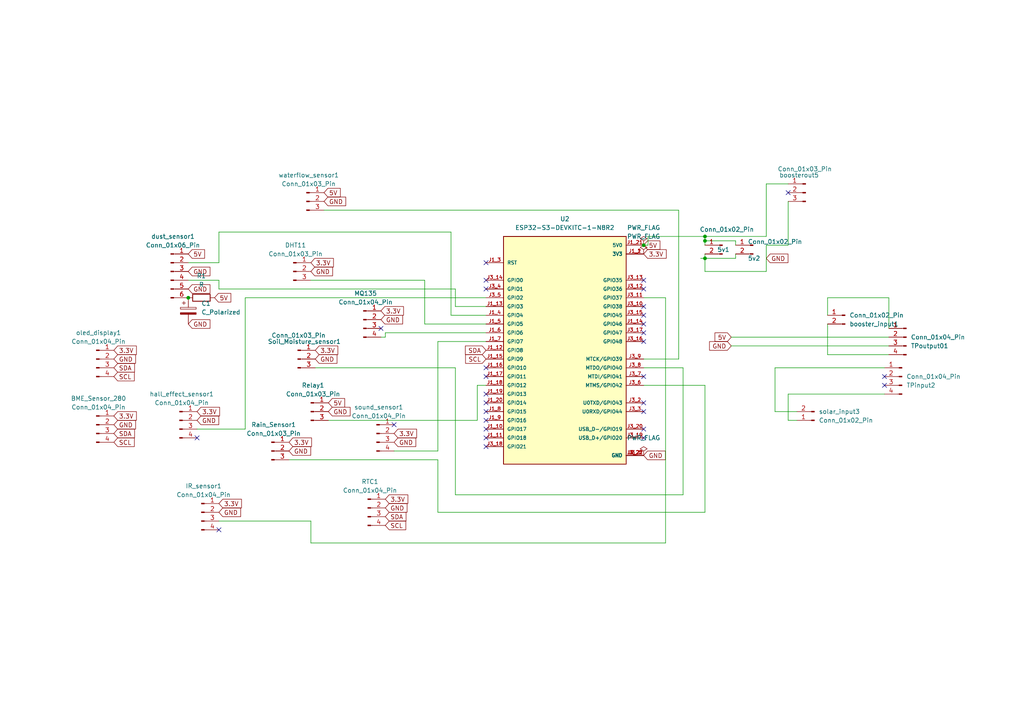
<source format=kicad_sch>
(kicad_sch
	(version 20231120)
	(generator "eeschema")
	(generator_version "8.0")
	(uuid "8de5af87-2870-4a93-bb7c-bfb921c30e72")
	(paper "A4")
	(lib_symbols
		(symbol "Connector:Conn_01x02_Pin"
			(pin_names
				(offset 1.016) hide)
			(exclude_from_sim no)
			(in_bom yes)
			(on_board yes)
			(property "Reference" "J"
				(at 0 2.54 0)
				(effects
					(font
						(size 1.27 1.27)
					)
				)
			)
			(property "Value" "Conn_01x02_Pin"
				(at 0 -5.08 0)
				(effects
					(font
						(size 1.27 1.27)
					)
				)
			)
			(property "Footprint" ""
				(at 0 0 0)
				(effects
					(font
						(size 1.27 1.27)
					)
					(hide yes)
				)
			)
			(property "Datasheet" "~"
				(at 0 0 0)
				(effects
					(font
						(size 1.27 1.27)
					)
					(hide yes)
				)
			)
			(property "Description" "Generic connector, single row, 01x02, script generated"
				(at 0 0 0)
				(effects
					(font
						(size 1.27 1.27)
					)
					(hide yes)
				)
			)
			(property "ki_locked" ""
				(at 0 0 0)
				(effects
					(font
						(size 1.27 1.27)
					)
				)
			)
			(property "ki_keywords" "connector"
				(at 0 0 0)
				(effects
					(font
						(size 1.27 1.27)
					)
					(hide yes)
				)
			)
			(property "ki_fp_filters" "Connector*:*_1x??_*"
				(at 0 0 0)
				(effects
					(font
						(size 1.27 1.27)
					)
					(hide yes)
				)
			)
			(symbol "Conn_01x02_Pin_1_1"
				(polyline
					(pts
						(xy 1.27 -2.54) (xy 0.8636 -2.54)
					)
					(stroke
						(width 0.1524)
						(type default)
					)
					(fill
						(type none)
					)
				)
				(polyline
					(pts
						(xy 1.27 0) (xy 0.8636 0)
					)
					(stroke
						(width 0.1524)
						(type default)
					)
					(fill
						(type none)
					)
				)
				(rectangle
					(start 0.8636 -2.413)
					(end 0 -2.667)
					(stroke
						(width 0.1524)
						(type default)
					)
					(fill
						(type outline)
					)
				)
				(rectangle
					(start 0.8636 0.127)
					(end 0 -0.127)
					(stroke
						(width 0.1524)
						(type default)
					)
					(fill
						(type outline)
					)
				)
				(pin passive line
					(at 5.08 0 180)
					(length 3.81)
					(name "Pin_1"
						(effects
							(font
								(size 1.27 1.27)
							)
						)
					)
					(number "1"
						(effects
							(font
								(size 1.27 1.27)
							)
						)
					)
				)
				(pin passive line
					(at 5.08 -2.54 180)
					(length 3.81)
					(name "Pin_2"
						(effects
							(font
								(size 1.27 1.27)
							)
						)
					)
					(number "2"
						(effects
							(font
								(size 1.27 1.27)
							)
						)
					)
				)
			)
		)
		(symbol "Connector:Conn_01x03_Pin"
			(pin_names
				(offset 1.016) hide)
			(exclude_from_sim no)
			(in_bom yes)
			(on_board yes)
			(property "Reference" "J"
				(at 0 5.08 0)
				(effects
					(font
						(size 1.27 1.27)
					)
				)
			)
			(property "Value" "Conn_01x03_Pin"
				(at 0 -5.08 0)
				(effects
					(font
						(size 1.27 1.27)
					)
				)
			)
			(property "Footprint" ""
				(at 0 0 0)
				(effects
					(font
						(size 1.27 1.27)
					)
					(hide yes)
				)
			)
			(property "Datasheet" "~"
				(at 0 0 0)
				(effects
					(font
						(size 1.27 1.27)
					)
					(hide yes)
				)
			)
			(property "Description" "Generic connector, single row, 01x03, script generated"
				(at 0 0 0)
				(effects
					(font
						(size 1.27 1.27)
					)
					(hide yes)
				)
			)
			(property "ki_locked" ""
				(at 0 0 0)
				(effects
					(font
						(size 1.27 1.27)
					)
				)
			)
			(property "ki_keywords" "connector"
				(at 0 0 0)
				(effects
					(font
						(size 1.27 1.27)
					)
					(hide yes)
				)
			)
			(property "ki_fp_filters" "Connector*:*_1x??_*"
				(at 0 0 0)
				(effects
					(font
						(size 1.27 1.27)
					)
					(hide yes)
				)
			)
			(symbol "Conn_01x03_Pin_1_1"
				(polyline
					(pts
						(xy 1.27 -2.54) (xy 0.8636 -2.54)
					)
					(stroke
						(width 0.1524)
						(type default)
					)
					(fill
						(type none)
					)
				)
				(polyline
					(pts
						(xy 1.27 0) (xy 0.8636 0)
					)
					(stroke
						(width 0.1524)
						(type default)
					)
					(fill
						(type none)
					)
				)
				(polyline
					(pts
						(xy 1.27 2.54) (xy 0.8636 2.54)
					)
					(stroke
						(width 0.1524)
						(type default)
					)
					(fill
						(type none)
					)
				)
				(rectangle
					(start 0.8636 -2.413)
					(end 0 -2.667)
					(stroke
						(width 0.1524)
						(type default)
					)
					(fill
						(type outline)
					)
				)
				(rectangle
					(start 0.8636 0.127)
					(end 0 -0.127)
					(stroke
						(width 0.1524)
						(type default)
					)
					(fill
						(type outline)
					)
				)
				(rectangle
					(start 0.8636 2.667)
					(end 0 2.413)
					(stroke
						(width 0.1524)
						(type default)
					)
					(fill
						(type outline)
					)
				)
				(pin passive line
					(at 5.08 2.54 180)
					(length 3.81)
					(name "Pin_1"
						(effects
							(font
								(size 1.27 1.27)
							)
						)
					)
					(number "1"
						(effects
							(font
								(size 1.27 1.27)
							)
						)
					)
				)
				(pin passive line
					(at 5.08 0 180)
					(length 3.81)
					(name "Pin_2"
						(effects
							(font
								(size 1.27 1.27)
							)
						)
					)
					(number "2"
						(effects
							(font
								(size 1.27 1.27)
							)
						)
					)
				)
				(pin passive line
					(at 5.08 -2.54 180)
					(length 3.81)
					(name "Pin_3"
						(effects
							(font
								(size 1.27 1.27)
							)
						)
					)
					(number "3"
						(effects
							(font
								(size 1.27 1.27)
							)
						)
					)
				)
			)
		)
		(symbol "Connector:Conn_01x04_Pin"
			(pin_names
				(offset 1.016) hide)
			(exclude_from_sim no)
			(in_bom yes)
			(on_board yes)
			(property "Reference" "J"
				(at 0 5.08 0)
				(effects
					(font
						(size 1.27 1.27)
					)
				)
			)
			(property "Value" "Conn_01x04_Pin"
				(at 0 -7.62 0)
				(effects
					(font
						(size 1.27 1.27)
					)
				)
			)
			(property "Footprint" ""
				(at 0 0 0)
				(effects
					(font
						(size 1.27 1.27)
					)
					(hide yes)
				)
			)
			(property "Datasheet" "~"
				(at 0 0 0)
				(effects
					(font
						(size 1.27 1.27)
					)
					(hide yes)
				)
			)
			(property "Description" "Generic connector, single row, 01x04, script generated"
				(at 0 0 0)
				(effects
					(font
						(size 1.27 1.27)
					)
					(hide yes)
				)
			)
			(property "ki_locked" ""
				(at 0 0 0)
				(effects
					(font
						(size 1.27 1.27)
					)
				)
			)
			(property "ki_keywords" "connector"
				(at 0 0 0)
				(effects
					(font
						(size 1.27 1.27)
					)
					(hide yes)
				)
			)
			(property "ki_fp_filters" "Connector*:*_1x??_*"
				(at 0 0 0)
				(effects
					(font
						(size 1.27 1.27)
					)
					(hide yes)
				)
			)
			(symbol "Conn_01x04_Pin_1_1"
				(polyline
					(pts
						(xy 1.27 -5.08) (xy 0.8636 -5.08)
					)
					(stroke
						(width 0.1524)
						(type default)
					)
					(fill
						(type none)
					)
				)
				(polyline
					(pts
						(xy 1.27 -2.54) (xy 0.8636 -2.54)
					)
					(stroke
						(width 0.1524)
						(type default)
					)
					(fill
						(type none)
					)
				)
				(polyline
					(pts
						(xy 1.27 0) (xy 0.8636 0)
					)
					(stroke
						(width 0.1524)
						(type default)
					)
					(fill
						(type none)
					)
				)
				(polyline
					(pts
						(xy 1.27 2.54) (xy 0.8636 2.54)
					)
					(stroke
						(width 0.1524)
						(type default)
					)
					(fill
						(type none)
					)
				)
				(rectangle
					(start 0.8636 -4.953)
					(end 0 -5.207)
					(stroke
						(width 0.1524)
						(type default)
					)
					(fill
						(type outline)
					)
				)
				(rectangle
					(start 0.8636 -2.413)
					(end 0 -2.667)
					(stroke
						(width 0.1524)
						(type default)
					)
					(fill
						(type outline)
					)
				)
				(rectangle
					(start 0.8636 0.127)
					(end 0 -0.127)
					(stroke
						(width 0.1524)
						(type default)
					)
					(fill
						(type outline)
					)
				)
				(rectangle
					(start 0.8636 2.667)
					(end 0 2.413)
					(stroke
						(width 0.1524)
						(type default)
					)
					(fill
						(type outline)
					)
				)
				(pin passive line
					(at 5.08 2.54 180)
					(length 3.81)
					(name "Pin_1"
						(effects
							(font
								(size 1.27 1.27)
							)
						)
					)
					(number "1"
						(effects
							(font
								(size 1.27 1.27)
							)
						)
					)
				)
				(pin passive line
					(at 5.08 0 180)
					(length 3.81)
					(name "Pin_2"
						(effects
							(font
								(size 1.27 1.27)
							)
						)
					)
					(number "2"
						(effects
							(font
								(size 1.27 1.27)
							)
						)
					)
				)
				(pin passive line
					(at 5.08 -2.54 180)
					(length 3.81)
					(name "Pin_3"
						(effects
							(font
								(size 1.27 1.27)
							)
						)
					)
					(number "3"
						(effects
							(font
								(size 1.27 1.27)
							)
						)
					)
				)
				(pin passive line
					(at 5.08 -5.08 180)
					(length 3.81)
					(name "Pin_4"
						(effects
							(font
								(size 1.27 1.27)
							)
						)
					)
					(number "4"
						(effects
							(font
								(size 1.27 1.27)
							)
						)
					)
				)
			)
		)
		(symbol "Connector:Conn_01x06_Pin"
			(pin_names
				(offset 1.016) hide)
			(exclude_from_sim no)
			(in_bom yes)
			(on_board yes)
			(property "Reference" "J"
				(at 0 7.62 0)
				(effects
					(font
						(size 1.27 1.27)
					)
				)
			)
			(property "Value" "Conn_01x06_Pin"
				(at 0 -10.16 0)
				(effects
					(font
						(size 1.27 1.27)
					)
				)
			)
			(property "Footprint" ""
				(at 0 0 0)
				(effects
					(font
						(size 1.27 1.27)
					)
					(hide yes)
				)
			)
			(property "Datasheet" "~"
				(at 0 0 0)
				(effects
					(font
						(size 1.27 1.27)
					)
					(hide yes)
				)
			)
			(property "Description" "Generic connector, single row, 01x06, script generated"
				(at 0 0 0)
				(effects
					(font
						(size 1.27 1.27)
					)
					(hide yes)
				)
			)
			(property "ki_locked" ""
				(at 0 0 0)
				(effects
					(font
						(size 1.27 1.27)
					)
				)
			)
			(property "ki_keywords" "connector"
				(at 0 0 0)
				(effects
					(font
						(size 1.27 1.27)
					)
					(hide yes)
				)
			)
			(property "ki_fp_filters" "Connector*:*_1x??_*"
				(at 0 0 0)
				(effects
					(font
						(size 1.27 1.27)
					)
					(hide yes)
				)
			)
			(symbol "Conn_01x06_Pin_1_1"
				(polyline
					(pts
						(xy 1.27 -7.62) (xy 0.8636 -7.62)
					)
					(stroke
						(width 0.1524)
						(type default)
					)
					(fill
						(type none)
					)
				)
				(polyline
					(pts
						(xy 1.27 -5.08) (xy 0.8636 -5.08)
					)
					(stroke
						(width 0.1524)
						(type default)
					)
					(fill
						(type none)
					)
				)
				(polyline
					(pts
						(xy 1.27 -2.54) (xy 0.8636 -2.54)
					)
					(stroke
						(width 0.1524)
						(type default)
					)
					(fill
						(type none)
					)
				)
				(polyline
					(pts
						(xy 1.27 0) (xy 0.8636 0)
					)
					(stroke
						(width 0.1524)
						(type default)
					)
					(fill
						(type none)
					)
				)
				(polyline
					(pts
						(xy 1.27 2.54) (xy 0.8636 2.54)
					)
					(stroke
						(width 0.1524)
						(type default)
					)
					(fill
						(type none)
					)
				)
				(polyline
					(pts
						(xy 1.27 5.08) (xy 0.8636 5.08)
					)
					(stroke
						(width 0.1524)
						(type default)
					)
					(fill
						(type none)
					)
				)
				(rectangle
					(start 0.8636 -7.493)
					(end 0 -7.747)
					(stroke
						(width 0.1524)
						(type default)
					)
					(fill
						(type outline)
					)
				)
				(rectangle
					(start 0.8636 -4.953)
					(end 0 -5.207)
					(stroke
						(width 0.1524)
						(type default)
					)
					(fill
						(type outline)
					)
				)
				(rectangle
					(start 0.8636 -2.413)
					(end 0 -2.667)
					(stroke
						(width 0.1524)
						(type default)
					)
					(fill
						(type outline)
					)
				)
				(rectangle
					(start 0.8636 0.127)
					(end 0 -0.127)
					(stroke
						(width 0.1524)
						(type default)
					)
					(fill
						(type outline)
					)
				)
				(rectangle
					(start 0.8636 2.667)
					(end 0 2.413)
					(stroke
						(width 0.1524)
						(type default)
					)
					(fill
						(type outline)
					)
				)
				(rectangle
					(start 0.8636 5.207)
					(end 0 4.953)
					(stroke
						(width 0.1524)
						(type default)
					)
					(fill
						(type outline)
					)
				)
				(pin passive line
					(at 5.08 5.08 180)
					(length 3.81)
					(name "Pin_1"
						(effects
							(font
								(size 1.27 1.27)
							)
						)
					)
					(number "1"
						(effects
							(font
								(size 1.27 1.27)
							)
						)
					)
				)
				(pin passive line
					(at 5.08 2.54 180)
					(length 3.81)
					(name "Pin_2"
						(effects
							(font
								(size 1.27 1.27)
							)
						)
					)
					(number "2"
						(effects
							(font
								(size 1.27 1.27)
							)
						)
					)
				)
				(pin passive line
					(at 5.08 0 180)
					(length 3.81)
					(name "Pin_3"
						(effects
							(font
								(size 1.27 1.27)
							)
						)
					)
					(number "3"
						(effects
							(font
								(size 1.27 1.27)
							)
						)
					)
				)
				(pin passive line
					(at 5.08 -2.54 180)
					(length 3.81)
					(name "Pin_4"
						(effects
							(font
								(size 1.27 1.27)
							)
						)
					)
					(number "4"
						(effects
							(font
								(size 1.27 1.27)
							)
						)
					)
				)
				(pin passive line
					(at 5.08 -5.08 180)
					(length 3.81)
					(name "Pin_5"
						(effects
							(font
								(size 1.27 1.27)
							)
						)
					)
					(number "5"
						(effects
							(font
								(size 1.27 1.27)
							)
						)
					)
				)
				(pin passive line
					(at 5.08 -7.62 180)
					(length 3.81)
					(name "Pin_6"
						(effects
							(font
								(size 1.27 1.27)
							)
						)
					)
					(number "6"
						(effects
							(font
								(size 1.27 1.27)
							)
						)
					)
				)
			)
		)
		(symbol "Device:C_Polarized"
			(pin_numbers hide)
			(pin_names
				(offset 0.254)
			)
			(exclude_from_sim no)
			(in_bom yes)
			(on_board yes)
			(property "Reference" "C"
				(at 0.635 2.54 0)
				(effects
					(font
						(size 1.27 1.27)
					)
					(justify left)
				)
			)
			(property "Value" "C_Polarized"
				(at 0.635 -2.54 0)
				(effects
					(font
						(size 1.27 1.27)
					)
					(justify left)
				)
			)
			(property "Footprint" ""
				(at 0.9652 -3.81 0)
				(effects
					(font
						(size 1.27 1.27)
					)
					(hide yes)
				)
			)
			(property "Datasheet" "~"
				(at 0 0 0)
				(effects
					(font
						(size 1.27 1.27)
					)
					(hide yes)
				)
			)
			(property "Description" "Polarized capacitor"
				(at 0 0 0)
				(effects
					(font
						(size 1.27 1.27)
					)
					(hide yes)
				)
			)
			(property "ki_keywords" "cap capacitor"
				(at 0 0 0)
				(effects
					(font
						(size 1.27 1.27)
					)
					(hide yes)
				)
			)
			(property "ki_fp_filters" "CP_*"
				(at 0 0 0)
				(effects
					(font
						(size 1.27 1.27)
					)
					(hide yes)
				)
			)
			(symbol "C_Polarized_0_1"
				(rectangle
					(start -2.286 0.508)
					(end 2.286 1.016)
					(stroke
						(width 0)
						(type default)
					)
					(fill
						(type none)
					)
				)
				(polyline
					(pts
						(xy -1.778 2.286) (xy -0.762 2.286)
					)
					(stroke
						(width 0)
						(type default)
					)
					(fill
						(type none)
					)
				)
				(polyline
					(pts
						(xy -1.27 2.794) (xy -1.27 1.778)
					)
					(stroke
						(width 0)
						(type default)
					)
					(fill
						(type none)
					)
				)
				(rectangle
					(start 2.286 -0.508)
					(end -2.286 -1.016)
					(stroke
						(width 0)
						(type default)
					)
					(fill
						(type outline)
					)
				)
			)
			(symbol "C_Polarized_1_1"
				(pin passive line
					(at 0 3.81 270)
					(length 2.794)
					(name "~"
						(effects
							(font
								(size 1.27 1.27)
							)
						)
					)
					(number "1"
						(effects
							(font
								(size 1.27 1.27)
							)
						)
					)
				)
				(pin passive line
					(at 0 -3.81 90)
					(length 2.794)
					(name "~"
						(effects
							(font
								(size 1.27 1.27)
							)
						)
					)
					(number "2"
						(effects
							(font
								(size 1.27 1.27)
							)
						)
					)
				)
			)
		)
		(symbol "Device:R"
			(pin_numbers hide)
			(pin_names
				(offset 0)
			)
			(exclude_from_sim no)
			(in_bom yes)
			(on_board yes)
			(property "Reference" "R"
				(at 2.032 0 90)
				(effects
					(font
						(size 1.27 1.27)
					)
				)
			)
			(property "Value" "R"
				(at 0 0 90)
				(effects
					(font
						(size 1.27 1.27)
					)
				)
			)
			(property "Footprint" ""
				(at -1.778 0 90)
				(effects
					(font
						(size 1.27 1.27)
					)
					(hide yes)
				)
			)
			(property "Datasheet" "~"
				(at 0 0 0)
				(effects
					(font
						(size 1.27 1.27)
					)
					(hide yes)
				)
			)
			(property "Description" "Resistor"
				(at 0 0 0)
				(effects
					(font
						(size 1.27 1.27)
					)
					(hide yes)
				)
			)
			(property "ki_keywords" "R res resistor"
				(at 0 0 0)
				(effects
					(font
						(size 1.27 1.27)
					)
					(hide yes)
				)
			)
			(property "ki_fp_filters" "R_*"
				(at 0 0 0)
				(effects
					(font
						(size 1.27 1.27)
					)
					(hide yes)
				)
			)
			(symbol "R_0_1"
				(rectangle
					(start -1.016 -2.54)
					(end 1.016 2.54)
					(stroke
						(width 0.254)
						(type default)
					)
					(fill
						(type none)
					)
				)
			)
			(symbol "R_1_1"
				(pin passive line
					(at 0 3.81 270)
					(length 1.27)
					(name "~"
						(effects
							(font
								(size 1.27 1.27)
							)
						)
					)
					(number "1"
						(effects
							(font
								(size 1.27 1.27)
							)
						)
					)
				)
				(pin passive line
					(at 0 -3.81 90)
					(length 1.27)
					(name "~"
						(effects
							(font
								(size 1.27 1.27)
							)
						)
					)
					(number "2"
						(effects
							(font
								(size 1.27 1.27)
							)
						)
					)
				)
			)
		)
		(symbol "ESP32-S3-DEVKITC-1-N8R:ESP32-S3-DEVKITC-1-N8R2"
			(pin_names
				(offset 1.016)
			)
			(exclude_from_sim no)
			(in_bom yes)
			(on_board yes)
			(property "Reference" "U"
				(at -17.78 35.56 0)
				(effects
					(font
						(size 1.27 1.27)
					)
					(justify left top)
				)
			)
			(property "Value" "ESP32-S3-DEVKITC-1-N8R2"
				(at -17.78 -35.56 0)
				(effects
					(font
						(size 1.27 1.27)
					)
					(justify left bottom)
				)
			)
			(property "Footprint" "ESP32-S3-DEVKITC-1-N8R2:XCVR_ESP32-S3-DEVKITC-1-N8R2"
				(at 0 0 0)
				(effects
					(font
						(size 1.27 1.27)
					)
					(justify bottom)
					(hide yes)
				)
			)
			(property "Datasheet" ""
				(at 0 0 0)
				(effects
					(font
						(size 1.27 1.27)
					)
					(hide yes)
				)
			)
			(property "Description" ""
				(at 0 0 0)
				(effects
					(font
						(size 1.27 1.27)
					)
					(hide yes)
				)
			)
			(property "MF" "Espressif Systems"
				(at 0 0 0)
				(effects
					(font
						(size 1.27 1.27)
					)
					(justify bottom)
					(hide yes)
				)
			)
			(property "Description_1" "\n                        \n                            WiFi Development Tools - 802.11 ESP32-S3 general-purpose development board, embeds ESP32-S3-WROOM-1-N8R2, with pin header\n                        \n"
				(at 0 0 0)
				(effects
					(font
						(size 1.27 1.27)
					)
					(justify bottom)
					(hide yes)
				)
			)
			(property "Package" "None"
				(at 0 0 0)
				(effects
					(font
						(size 1.27 1.27)
					)
					(justify bottom)
					(hide yes)
				)
			)
			(property "Price" "None"
				(at 0 0 0)
				(effects
					(font
						(size 1.27 1.27)
					)
					(justify bottom)
					(hide yes)
				)
			)
			(property "Check_prices" "https://www.snapeda.com/parts/ESP32-S3-DEVKITC-1-N8R2/Espressif+Systems/view-part/?ref=eda"
				(at 0 0 0)
				(effects
					(font
						(size 1.27 1.27)
					)
					(justify bottom)
					(hide yes)
				)
			)
			(property "STANDARD" "Manufacturer Recommendations"
				(at 0 0 0)
				(effects
					(font
						(size 1.27 1.27)
					)
					(justify bottom)
					(hide yes)
				)
			)
			(property "PARTREV" "V1"
				(at 0 0 0)
				(effects
					(font
						(size 1.27 1.27)
					)
					(justify bottom)
					(hide yes)
				)
			)
			(property "SnapEDA_Link" "https://www.snapeda.com/parts/ESP32-S3-DEVKITC-1-N8R2/Espressif+Systems/view-part/?ref=snap"
				(at 0 0 0)
				(effects
					(font
						(size 1.27 1.27)
					)
					(justify bottom)
					(hide yes)
				)
			)
			(property "MP" "ESP32-S3-DEVKITC-1-N8R2"
				(at 0 0 0)
				(effects
					(font
						(size 1.27 1.27)
					)
					(justify bottom)
					(hide yes)
				)
			)
			(property "Availability" "In Stock"
				(at 0 0 0)
				(effects
					(font
						(size 1.27 1.27)
					)
					(justify bottom)
					(hide yes)
				)
			)
			(property "MANUFACTURER" "Espressif"
				(at 0 0 0)
				(effects
					(font
						(size 1.27 1.27)
					)
					(justify bottom)
					(hide yes)
				)
			)
			(symbol "ESP32-S3-DEVKITC-1-N8R2_0_0"
				(rectangle
					(start -17.78 -33.02)
					(end 17.78 33.02)
					(stroke
						(width 0.254)
						(type default)
					)
					(fill
						(type background)
					)
				)
				(pin power_in line
					(at 22.86 27.94 180)
					(length 5.08)
					(name "3V3"
						(effects
							(font
								(size 1.016 1.016)
							)
						)
					)
					(number "J1_1"
						(effects
							(font
								(size 1.016 1.016)
							)
						)
					)
				)
				(pin bidirectional line
					(at -22.86 -22.86 0)
					(length 5.08)
					(name "GPIO17"
						(effects
							(font
								(size 1.016 1.016)
							)
						)
					)
					(number "J1_10"
						(effects
							(font
								(size 1.016 1.016)
							)
						)
					)
				)
				(pin bidirectional line
					(at -22.86 -25.4 0)
					(length 5.08)
					(name "GPIO18"
						(effects
							(font
								(size 1.016 1.016)
							)
						)
					)
					(number "J1_11"
						(effects
							(font
								(size 1.016 1.016)
							)
						)
					)
				)
				(pin bidirectional line
					(at -22.86 0 0)
					(length 5.08)
					(name "GPIO8"
						(effects
							(font
								(size 1.016 1.016)
							)
						)
					)
					(number "J1_12"
						(effects
							(font
								(size 1.016 1.016)
							)
						)
					)
				)
				(pin bidirectional line
					(at -22.86 12.7 0)
					(length 5.08)
					(name "GPIO3"
						(effects
							(font
								(size 1.016 1.016)
							)
						)
					)
					(number "J1_13"
						(effects
							(font
								(size 1.016 1.016)
							)
						)
					)
				)
				(pin bidirectional line
					(at 22.86 7.62 180)
					(length 5.08)
					(name "GPIO46"
						(effects
							(font
								(size 1.016 1.016)
							)
						)
					)
					(number "J1_14"
						(effects
							(font
								(size 1.016 1.016)
							)
						)
					)
				)
				(pin bidirectional line
					(at -22.86 -2.54 0)
					(length 5.08)
					(name "GPIO9"
						(effects
							(font
								(size 1.016 1.016)
							)
						)
					)
					(number "J1_15"
						(effects
							(font
								(size 1.016 1.016)
							)
						)
					)
				)
				(pin bidirectional line
					(at -22.86 -5.08 0)
					(length 5.08)
					(name "GPIO10"
						(effects
							(font
								(size 1.016 1.016)
							)
						)
					)
					(number "J1_16"
						(effects
							(font
								(size 1.016 1.016)
							)
						)
					)
				)
				(pin bidirectional line
					(at -22.86 -7.62 0)
					(length 5.08)
					(name "GPIO11"
						(effects
							(font
								(size 1.016 1.016)
							)
						)
					)
					(number "J1_17"
						(effects
							(font
								(size 1.016 1.016)
							)
						)
					)
				)
				(pin bidirectional line
					(at -22.86 -10.16 0)
					(length 5.08)
					(name "GPIO12"
						(effects
							(font
								(size 1.016 1.016)
							)
						)
					)
					(number "J1_18"
						(effects
							(font
								(size 1.016 1.016)
							)
						)
					)
				)
				(pin bidirectional line
					(at -22.86 -12.7 0)
					(length 5.08)
					(name "GPIO13"
						(effects
							(font
								(size 1.016 1.016)
							)
						)
					)
					(number "J1_19"
						(effects
							(font
								(size 1.016 1.016)
							)
						)
					)
				)
				(pin power_in line
					(at 22.86 27.94 180)
					(length 5.08)
					(name "3V3"
						(effects
							(font
								(size 1.016 1.016)
							)
						)
					)
					(number "J1_2"
						(effects
							(font
								(size 1.016 1.016)
							)
						)
					)
				)
				(pin bidirectional line
					(at -22.86 -15.24 0)
					(length 5.08)
					(name "GPIO14"
						(effects
							(font
								(size 1.016 1.016)
							)
						)
					)
					(number "J1_20"
						(effects
							(font
								(size 1.016 1.016)
							)
						)
					)
				)
				(pin power_in line
					(at 22.86 30.48 180)
					(length 5.08)
					(name "5V0"
						(effects
							(font
								(size 1.016 1.016)
							)
						)
					)
					(number "J1_21"
						(effects
							(font
								(size 1.016 1.016)
							)
						)
					)
				)
				(pin power_in line
					(at 22.86 -30.48 180)
					(length 5.08)
					(name "GND"
						(effects
							(font
								(size 1.016 1.016)
							)
						)
					)
					(number "J1_22"
						(effects
							(font
								(size 1.016 1.016)
							)
						)
					)
				)
				(pin input line
					(at -22.86 25.4 0)
					(length 5.08)
					(name "RST"
						(effects
							(font
								(size 1.016 1.016)
							)
						)
					)
					(number "J1_3"
						(effects
							(font
								(size 1.016 1.016)
							)
						)
					)
				)
				(pin bidirectional line
					(at -22.86 10.16 0)
					(length 5.08)
					(name "GPIO4"
						(effects
							(font
								(size 1.016 1.016)
							)
						)
					)
					(number "J1_4"
						(effects
							(font
								(size 1.016 1.016)
							)
						)
					)
				)
				(pin bidirectional line
					(at -22.86 7.62 0)
					(length 5.08)
					(name "GPIO5"
						(effects
							(font
								(size 1.016 1.016)
							)
						)
					)
					(number "J1_5"
						(effects
							(font
								(size 1.016 1.016)
							)
						)
					)
				)
				(pin bidirectional line
					(at -22.86 5.08 0)
					(length 5.08)
					(name "GPIO6"
						(effects
							(font
								(size 1.016 1.016)
							)
						)
					)
					(number "J1_6"
						(effects
							(font
								(size 1.016 1.016)
							)
						)
					)
				)
				(pin bidirectional line
					(at -22.86 2.54 0)
					(length 5.08)
					(name "GPIO7"
						(effects
							(font
								(size 1.016 1.016)
							)
						)
					)
					(number "J1_7"
						(effects
							(font
								(size 1.016 1.016)
							)
						)
					)
				)
				(pin bidirectional line
					(at -22.86 -17.78 0)
					(length 5.08)
					(name "GPIO15"
						(effects
							(font
								(size 1.016 1.016)
							)
						)
					)
					(number "J1_8"
						(effects
							(font
								(size 1.016 1.016)
							)
						)
					)
				)
				(pin bidirectional line
					(at -22.86 -20.32 0)
					(length 5.08)
					(name "GPIO16"
						(effects
							(font
								(size 1.016 1.016)
							)
						)
					)
					(number "J1_9"
						(effects
							(font
								(size 1.016 1.016)
							)
						)
					)
				)
				(pin power_in line
					(at 22.86 -30.48 180)
					(length 5.08)
					(name "GND"
						(effects
							(font
								(size 1.016 1.016)
							)
						)
					)
					(number "J3_1"
						(effects
							(font
								(size 1.016 1.016)
							)
						)
					)
				)
				(pin bidirectional line
					(at 22.86 12.7 180)
					(length 5.08)
					(name "GPIO38"
						(effects
							(font
								(size 1.016 1.016)
							)
						)
					)
					(number "J3_10"
						(effects
							(font
								(size 1.016 1.016)
							)
						)
					)
				)
				(pin bidirectional line
					(at 22.86 15.24 180)
					(length 5.08)
					(name "GPIO37"
						(effects
							(font
								(size 1.016 1.016)
							)
						)
					)
					(number "J3_11"
						(effects
							(font
								(size 1.016 1.016)
							)
						)
					)
				)
				(pin bidirectional line
					(at 22.86 17.78 180)
					(length 5.08)
					(name "GPIO36"
						(effects
							(font
								(size 1.016 1.016)
							)
						)
					)
					(number "J3_12"
						(effects
							(font
								(size 1.016 1.016)
							)
						)
					)
				)
				(pin bidirectional line
					(at 22.86 20.32 180)
					(length 5.08)
					(name "GPIO35"
						(effects
							(font
								(size 1.016 1.016)
							)
						)
					)
					(number "J3_13"
						(effects
							(font
								(size 1.016 1.016)
							)
						)
					)
				)
				(pin bidirectional line
					(at -22.86 20.32 0)
					(length 5.08)
					(name "GPIO0"
						(effects
							(font
								(size 1.016 1.016)
							)
						)
					)
					(number "J3_14"
						(effects
							(font
								(size 1.016 1.016)
							)
						)
					)
				)
				(pin bidirectional line
					(at 22.86 10.16 180)
					(length 5.08)
					(name "GPIO45"
						(effects
							(font
								(size 1.016 1.016)
							)
						)
					)
					(number "J3_15"
						(effects
							(font
								(size 1.016 1.016)
							)
						)
					)
				)
				(pin bidirectional line
					(at 22.86 2.54 180)
					(length 5.08)
					(name "GPIO48"
						(effects
							(font
								(size 1.016 1.016)
							)
						)
					)
					(number "J3_16"
						(effects
							(font
								(size 1.016 1.016)
							)
						)
					)
				)
				(pin bidirectional line
					(at 22.86 5.08 180)
					(length 5.08)
					(name "GPIO47"
						(effects
							(font
								(size 1.016 1.016)
							)
						)
					)
					(number "J3_17"
						(effects
							(font
								(size 1.016 1.016)
							)
						)
					)
				)
				(pin bidirectional line
					(at -22.86 -27.94 0)
					(length 5.08)
					(name "GPIO21"
						(effects
							(font
								(size 1.016 1.016)
							)
						)
					)
					(number "J3_18"
						(effects
							(font
								(size 1.016 1.016)
							)
						)
					)
				)
				(pin bidirectional line
					(at 22.86 -25.4 180)
					(length 5.08)
					(name "USB_D+/GPIO20"
						(effects
							(font
								(size 1.016 1.016)
							)
						)
					)
					(number "J3_19"
						(effects
							(font
								(size 1.016 1.016)
							)
						)
					)
				)
				(pin bidirectional line
					(at 22.86 -15.24 180)
					(length 5.08)
					(name "U0TXD/GPIO43"
						(effects
							(font
								(size 1.016 1.016)
							)
						)
					)
					(number "J3_2"
						(effects
							(font
								(size 1.016 1.016)
							)
						)
					)
				)
				(pin bidirectional line
					(at 22.86 -22.86 180)
					(length 5.08)
					(name "USB_D-/GPIO19"
						(effects
							(font
								(size 1.016 1.016)
							)
						)
					)
					(number "J3_20"
						(effects
							(font
								(size 1.016 1.016)
							)
						)
					)
				)
				(pin power_in line
					(at 22.86 -30.48 180)
					(length 5.08)
					(name "GND"
						(effects
							(font
								(size 1.016 1.016)
							)
						)
					)
					(number "J3_21"
						(effects
							(font
								(size 1.016 1.016)
							)
						)
					)
				)
				(pin power_in line
					(at 22.86 -30.48 180)
					(length 5.08)
					(name "GND"
						(effects
							(font
								(size 1.016 1.016)
							)
						)
					)
					(number "J3_22"
						(effects
							(font
								(size 1.016 1.016)
							)
						)
					)
				)
				(pin bidirectional line
					(at 22.86 -17.78 180)
					(length 5.08)
					(name "U0RXD/GPIO44"
						(effects
							(font
								(size 1.016 1.016)
							)
						)
					)
					(number "J3_3"
						(effects
							(font
								(size 1.016 1.016)
							)
						)
					)
				)
				(pin bidirectional line
					(at -22.86 17.78 0)
					(length 5.08)
					(name "GPIO1"
						(effects
							(font
								(size 1.016 1.016)
							)
						)
					)
					(number "J3_4"
						(effects
							(font
								(size 1.016 1.016)
							)
						)
					)
				)
				(pin bidirectional line
					(at -22.86 15.24 0)
					(length 5.08)
					(name "GPIO2"
						(effects
							(font
								(size 1.016 1.016)
							)
						)
					)
					(number "J3_5"
						(effects
							(font
								(size 1.016 1.016)
							)
						)
					)
				)
				(pin bidirectional line
					(at 22.86 -10.16 180)
					(length 5.08)
					(name "MTMS/GPIO42"
						(effects
							(font
								(size 1.016 1.016)
							)
						)
					)
					(number "J3_6"
						(effects
							(font
								(size 1.016 1.016)
							)
						)
					)
				)
				(pin bidirectional line
					(at 22.86 -7.62 180)
					(length 5.08)
					(name "MTDI/GPIO41"
						(effects
							(font
								(size 1.016 1.016)
							)
						)
					)
					(number "J3_7"
						(effects
							(font
								(size 1.016 1.016)
							)
						)
					)
				)
				(pin bidirectional line
					(at 22.86 -5.08 180)
					(length 5.08)
					(name "MTDO/GPIO40"
						(effects
							(font
								(size 1.016 1.016)
							)
						)
					)
					(number "J3_8"
						(effects
							(font
								(size 1.016 1.016)
							)
						)
					)
				)
				(pin bidirectional line
					(at 22.86 -2.54 180)
					(length 5.08)
					(name "MTCK/GPIO39"
						(effects
							(font
								(size 1.016 1.016)
							)
						)
					)
					(number "J3_9"
						(effects
							(font
								(size 1.016 1.016)
							)
						)
					)
				)
			)
		)
		(symbol "power:PWR_FLAG"
			(power)
			(pin_numbers hide)
			(pin_names
				(offset 0) hide)
			(exclude_from_sim no)
			(in_bom yes)
			(on_board yes)
			(property "Reference" "#FLG"
				(at 0 1.905 0)
				(effects
					(font
						(size 1.27 1.27)
					)
					(hide yes)
				)
			)
			(property "Value" "PWR_FLAG"
				(at 0 3.81 0)
				(effects
					(font
						(size 1.27 1.27)
					)
				)
			)
			(property "Footprint" ""
				(at 0 0 0)
				(effects
					(font
						(size 1.27 1.27)
					)
					(hide yes)
				)
			)
			(property "Datasheet" "~"
				(at 0 0 0)
				(effects
					(font
						(size 1.27 1.27)
					)
					(hide yes)
				)
			)
			(property "Description" "Special symbol for telling ERC where power comes from"
				(at 0 0 0)
				(effects
					(font
						(size 1.27 1.27)
					)
					(hide yes)
				)
			)
			(property "ki_keywords" "flag power"
				(at 0 0 0)
				(effects
					(font
						(size 1.27 1.27)
					)
					(hide yes)
				)
			)
			(symbol "PWR_FLAG_0_0"
				(pin power_out line
					(at 0 0 90)
					(length 0)
					(name "~"
						(effects
							(font
								(size 1.27 1.27)
							)
						)
					)
					(number "1"
						(effects
							(font
								(size 1.27 1.27)
							)
						)
					)
				)
			)
			(symbol "PWR_FLAG_0_1"
				(polyline
					(pts
						(xy 0 0) (xy 0 1.27) (xy -1.016 1.905) (xy 0 2.54) (xy 1.016 1.905) (xy 0 1.27)
					)
					(stroke
						(width 0)
						(type default)
					)
					(fill
						(type none)
					)
				)
			)
		)
	)
	(junction
		(at 186.69 71.12)
		(diameter 0)
		(color 0 0 0 0)
		(uuid "10fac3b8-6905-4c3b-a558-8cd0b49aec37")
	)
	(junction
		(at 204.47 68.58)
		(diameter 0)
		(color 0 0 0 0)
		(uuid "4e51d4db-673c-421d-8e89-a245c84683de")
	)
	(junction
		(at 54.61 86.36)
		(diameter 0)
		(color 0 0 0 0)
		(uuid "eafea623-60be-4285-9005-2d6d1a22fa47")
	)
	(junction
		(at 204.47 74.93)
		(diameter 0)
		(color 0 0 0 0)
		(uuid "ed7418af-9d6e-4f05-a60e-af1442a5e033")
	)
	(junction
		(at 204.47 69.85)
		(diameter 0)
		(color 0 0 0 0)
		(uuid "fb2ddf77-dcf2-4b36-ae12-40b6a4a74071")
	)
	(no_connect
		(at 256.54 109.22)
		(uuid "0001be24-49e7-447a-a258-7fa81e0d9ce5")
	)
	(no_connect
		(at 186.69 99.06)
		(uuid "21f495e5-2c2e-41d5-9936-9f09cbf5bd96")
	)
	(no_connect
		(at 186.69 93.98)
		(uuid "319f6c9f-c5a4-4508-9ec2-704a6db9c85b")
	)
	(no_connect
		(at 57.15 127)
		(uuid "41d8cdb1-5cc5-4778-a01c-0e8059f9a5e3")
	)
	(no_connect
		(at 186.69 91.44)
		(uuid "44ec2c83-3b36-41d7-ad95-456c7e95658d")
	)
	(no_connect
		(at 186.69 127)
		(uuid "46856e97-76e8-4a8a-97cf-47eab6c0d398")
	)
	(no_connect
		(at 228.6 55.88)
		(uuid "492154e2-bcd5-4e1f-9686-e71af317fbf3")
	)
	(no_connect
		(at 140.97 81.28)
		(uuid "4d978d48-c30d-4ab6-a085-4f17e94ee49e")
	)
	(no_connect
		(at 110.49 95.25)
		(uuid "5ba838f8-27dd-4df2-b946-f763357fcd2d")
	)
	(no_connect
		(at 140.97 124.46)
		(uuid "5ed244f7-8aa2-459c-ae86-5af5fe1bfa4a")
	)
	(no_connect
		(at 186.69 119.38)
		(uuid "63a4c59e-2ad1-4466-b297-a82df73bd896")
	)
	(no_connect
		(at 140.97 76.2)
		(uuid "640148b1-f5a4-4ff7-8f9e-2a3fba08c45f")
	)
	(no_connect
		(at 63.5 153.67)
		(uuid "6ac64fe4-a339-4a91-a357-5e384c64cf08")
	)
	(no_connect
		(at 186.69 116.84)
		(uuid "8a148911-6d3c-4a24-bccb-bfd666ccc047")
	)
	(no_connect
		(at 140.97 129.54)
		(uuid "9a6d7764-8f2f-426b-a5e8-c210185947f3")
	)
	(no_connect
		(at 114.3 123.19)
		(uuid "a0063f6b-a9dd-462b-afe9-ea8f3fb5c494")
	)
	(no_connect
		(at 140.97 109.22)
		(uuid "a154caa2-813c-465e-91ee-22e655e9df68")
	)
	(no_connect
		(at 186.69 109.22)
		(uuid "a1c07f22-746c-4f40-aa60-e7b739e1105d")
	)
	(no_connect
		(at 140.97 116.84)
		(uuid "a9bee8b0-3ca1-4f61-bee9-e446a6d74947")
	)
	(no_connect
		(at 140.97 114.3)
		(uuid "a9c45763-6f5e-482a-8133-7f6d10ac73bd")
	)
	(no_connect
		(at 140.97 119.38)
		(uuid "ab86d419-da90-475c-8e1b-e6e7e3e3c6b9")
	)
	(no_connect
		(at 140.97 121.92)
		(uuid "bb529c9f-ab03-4f78-adf4-5605df488938")
	)
	(no_connect
		(at 186.69 96.52)
		(uuid "cf904247-ceab-4975-807c-7e0efbfe7b6d")
	)
	(no_connect
		(at 186.69 88.9)
		(uuid "d9598746-60c2-48f4-bf5b-c9c61bf14fe1")
	)
	(no_connect
		(at 186.69 81.28)
		(uuid "eb2ddef5-ea25-4ebb-99b1-2a14970a2f71")
	)
	(no_connect
		(at 140.97 127)
		(uuid "ebd24915-6c84-429c-8739-496337dfcc62")
	)
	(no_connect
		(at 140.97 83.82)
		(uuid "f5b777ae-2139-4709-95cc-ad3a43393988")
	)
	(no_connect
		(at 140.97 106.68)
		(uuid "f6595d70-e42e-465f-ac4d-2d8ae3b4d39a")
	)
	(no_connect
		(at 256.54 111.76)
		(uuid "f694c7c7-8b09-41af-a659-207fb87b99f6")
	)
	(no_connect
		(at 186.69 83.82)
		(uuid "fb55e4e0-7b80-436f-aceb-5761f43f4e8a")
	)
	(no_connect
		(at 186.69 124.46)
		(uuid "fbf197d1-b3e0-49bf-b416-d22d47832f28")
	)
	(wire
		(pts
			(xy 71.12 86.36) (xy 71.12 124.46)
		)
		(stroke
			(width 0)
			(type default)
		)
		(uuid "01c4ad0b-11f5-4147-adca-ab4d1988921b")
	)
	(wire
		(pts
			(xy 198.12 143.51) (xy 198.12 106.68)
		)
		(stroke
			(width 0)
			(type default)
		)
		(uuid "09d1d0e7-79ed-4ed3-b6ea-9a403a620040")
	)
	(wire
		(pts
			(xy 186.69 71.12) (xy 187.96 71.12)
		)
		(stroke
			(width 0)
			(type default)
		)
		(uuid "0a12a683-a1f6-435f-a941-617385f9d6a1")
	)
	(wire
		(pts
			(xy 257.81 86.36) (xy 257.81 95.25)
		)
		(stroke
			(width 0)
			(type default)
		)
		(uuid "0c212379-e0bc-4b64-bc03-22ef23c2c934")
	)
	(wire
		(pts
			(xy 111.76 97.79) (xy 110.49 97.79)
		)
		(stroke
			(width 0)
			(type default)
		)
		(uuid "0c855ee8-8233-449f-ab48-ee75a1a8854d")
	)
	(wire
		(pts
			(xy 132.08 143.51) (xy 198.12 143.51)
		)
		(stroke
			(width 0)
			(type default)
		)
		(uuid "159fcd1b-a9a7-416e-95e9-1231abee706a")
	)
	(wire
		(pts
			(xy 196.85 60.96) (xy 93.98 60.96)
		)
		(stroke
			(width 0)
			(type default)
		)
		(uuid "1885d4cb-1575-497b-ae56-2bdaa5c99cdd")
	)
	(wire
		(pts
			(xy 204.47 74.93) (xy 213.36 74.93)
		)
		(stroke
			(width 0)
			(type default)
		)
		(uuid "2286f823-8a33-48f7-80d8-78133d17b3b0")
	)
	(wire
		(pts
			(xy 132.08 106.68) (xy 132.08 143.51)
		)
		(stroke
			(width 0)
			(type default)
		)
		(uuid "23512c9b-523b-45e3-8e55-481fc2bc4a9e")
	)
	(wire
		(pts
			(xy 127 148.59) (xy 127 133.35)
		)
		(stroke
			(width 0)
			(type default)
		)
		(uuid "24d06375-86e4-4340-a3a1-e88730b1ad93")
	)
	(wire
		(pts
			(xy 228.6 71.12) (xy 222.25 71.12)
		)
		(stroke
			(width 0)
			(type default)
		)
		(uuid "2743b4c1-4e13-417c-a187-d5ee22e04dfa")
	)
	(wire
		(pts
			(xy 196.85 104.14) (xy 196.85 60.96)
		)
		(stroke
			(width 0)
			(type default)
		)
		(uuid "2cfd6114-a897-48ca-be73-b8d9c4c1444f")
	)
	(wire
		(pts
			(xy 257.81 102.87) (xy 240.03 102.87)
		)
		(stroke
			(width 0)
			(type default)
		)
		(uuid "2f0a3657-06fb-41d4-a237-2bf8dcaccfb5")
	)
	(wire
		(pts
			(xy 187.96 68.58) (xy 204.47 68.58)
		)
		(stroke
			(width 0)
			(type default)
		)
		(uuid "2f1e0967-084a-419d-961d-8b0160989bf3")
	)
	(wire
		(pts
			(xy 123.19 93.98) (xy 123.19 81.28)
		)
		(stroke
			(width 0)
			(type default)
		)
		(uuid "317fb3e5-f978-42e9-a1a0-16cef173e2f2")
	)
	(wire
		(pts
			(xy 240.03 91.44) (xy 240.03 86.36)
		)
		(stroke
			(width 0)
			(type default)
		)
		(uuid "372c0f54-6aa5-4c47-b5b5-69d45449a9a8")
	)
	(wire
		(pts
			(xy 213.36 69.85) (xy 213.36 71.12)
		)
		(stroke
			(width 0)
			(type default)
		)
		(uuid "37703299-0c71-4ca1-8fb4-3f98aa17894a")
	)
	(wire
		(pts
			(xy 127 99.06) (xy 127 130.81)
		)
		(stroke
			(width 0)
			(type default)
		)
		(uuid "38b56c85-fb39-484e-b6e6-82b7b92c3579")
	)
	(wire
		(pts
			(xy 228.6 121.92) (xy 231.14 121.92)
		)
		(stroke
			(width 0)
			(type default)
		)
		(uuid "392c25d8-3869-442a-958b-45cf2319d2c4")
	)
	(wire
		(pts
			(xy 138.43 121.92) (xy 138.43 111.76)
		)
		(stroke
			(width 0)
			(type default)
		)
		(uuid "3beda901-c431-4f90-a6a4-d33f2d67008a")
	)
	(wire
		(pts
			(xy 127 133.35) (xy 83.82 133.35)
		)
		(stroke
			(width 0)
			(type default)
		)
		(uuid "3c80c116-9c65-4b91-8c8c-5ef7d3d46287")
	)
	(wire
		(pts
			(xy 186.69 104.14) (xy 196.85 104.14)
		)
		(stroke
			(width 0)
			(type default)
		)
		(uuid "409b9365-dc29-4a9c-9d22-86e6596fd248")
	)
	(wire
		(pts
			(xy 257.81 97.79) (xy 212.09 97.79)
		)
		(stroke
			(width 0)
			(type default)
		)
		(uuid "42f5f905-7192-4aa5-a284-59fca3d48a97")
	)
	(wire
		(pts
			(xy 204.47 111.76) (xy 204.47 148.59)
		)
		(stroke
			(width 0)
			(type default)
		)
		(uuid "4477dff1-766c-410a-83fc-a5fe31a4b3c1")
	)
	(wire
		(pts
			(xy 187.96 71.12) (xy 187.96 68.58)
		)
		(stroke
			(width 0)
			(type default)
		)
		(uuid "45e6ba7b-62c7-4348-96b3-068242a3128f")
	)
	(wire
		(pts
			(xy 140.97 93.98) (xy 123.19 93.98)
		)
		(stroke
			(width 0)
			(type default)
		)
		(uuid "4ea4dc6e-4b84-4f33-862f-8c5f35cd3ab5")
	)
	(wire
		(pts
			(xy 193.04 86.36) (xy 186.69 86.36)
		)
		(stroke
			(width 0)
			(type default)
		)
		(uuid "4f3273a0-d9b0-4a8a-9cc5-927a92288ea1")
	)
	(wire
		(pts
			(xy 130.81 91.44) (xy 130.81 67.31)
		)
		(stroke
			(width 0)
			(type default)
		)
		(uuid "570855fd-6b56-4bc2-bd29-43792450e200")
	)
	(wire
		(pts
			(xy 228.6 58.42) (xy 228.6 71.12)
		)
		(stroke
			(width 0)
			(type default)
		)
		(uuid "5d149315-6875-4197-893b-b4eef511e747")
	)
	(wire
		(pts
			(xy 222.25 68.58) (xy 222.25 53.34)
		)
		(stroke
			(width 0)
			(type default)
		)
		(uuid "618b3d8f-8a67-46bf-adec-c0064ee53ff0")
	)
	(wire
		(pts
			(xy 127 130.81) (xy 114.3 130.81)
		)
		(stroke
			(width 0)
			(type default)
		)
		(uuid "6665147e-ebec-4204-927b-bfaeeef75c5c")
	)
	(wire
		(pts
			(xy 63.5 81.28) (xy 54.61 81.28)
		)
		(stroke
			(width 0)
			(type default)
		)
		(uuid "685da375-ca1d-47e7-a9af-c0f6a6722da7")
	)
	(wire
		(pts
			(xy 186.69 111.76) (xy 204.47 111.76)
		)
		(stroke
			(width 0)
			(type default)
		)
		(uuid "6bacfee3-d2aa-4048-855c-363539bb7721")
	)
	(wire
		(pts
			(xy 91.44 106.68) (xy 132.08 106.68)
		)
		(stroke
			(width 0)
			(type default)
		)
		(uuid "6ccd1102-a775-45f3-802d-51e03082b7ee")
	)
	(wire
		(pts
			(xy 140.97 86.36) (xy 71.12 86.36)
		)
		(stroke
			(width 0)
			(type default)
		)
		(uuid "6e8a5bbc-d926-41a9-92a8-17587d31ffc0")
	)
	(wire
		(pts
			(xy 63.5 151.13) (xy 90.17 151.13)
		)
		(stroke
			(width 0)
			(type default)
		)
		(uuid "6fd5e0be-cbb3-47eb-9fa7-64d182923170")
	)
	(wire
		(pts
			(xy 90.17 151.13) (xy 90.17 157.48)
		)
		(stroke
			(width 0)
			(type default)
		)
		(uuid "71a30870-95d5-4d71-bc23-4567f6c5e762")
	)
	(wire
		(pts
			(xy 228.6 114.3) (xy 256.54 114.3)
		)
		(stroke
			(width 0)
			(type default)
		)
		(uuid "81a0120e-e14d-4df4-a036-afe333d046ba")
	)
	(wire
		(pts
			(xy 204.47 148.59) (xy 127 148.59)
		)
		(stroke
			(width 0)
			(type default)
		)
		(uuid "82cb4ade-b02a-4791-93b4-bacb316a6e15")
	)
	(wire
		(pts
			(xy 222.25 53.34) (xy 228.6 53.34)
		)
		(stroke
			(width 0)
			(type default)
		)
		(uuid "8749d128-234f-4734-a112-8556523f4d7a")
	)
	(wire
		(pts
			(xy 140.97 88.9) (xy 132.08 88.9)
		)
		(stroke
			(width 0)
			(type default)
		)
		(uuid "91be7634-62a9-4898-8817-58553c7e4243")
	)
	(wire
		(pts
			(xy 204.47 78.74) (xy 222.25 78.74)
		)
		(stroke
			(width 0)
			(type default)
		)
		(uuid "97952f88-9f06-4a76-8a6b-75068ee64fe3")
	)
	(wire
		(pts
			(xy 256.54 106.68) (xy 224.79 106.68)
		)
		(stroke
			(width 0)
			(type default)
		)
		(uuid "9a4679a4-9794-4678-b040-20207fa16fbc")
	)
	(wire
		(pts
			(xy 213.36 69.85) (xy 204.47 69.85)
		)
		(stroke
			(width 0)
			(type default)
		)
		(uuid "9ae882d2-a790-4b5a-82d2-4e31a9914bd0")
	)
	(wire
		(pts
			(xy 240.03 93.98) (xy 240.03 102.87)
		)
		(stroke
			(width 0)
			(type default)
		)
		(uuid "9b83d63a-9f59-4ff1-9222-dd65806a8cd8")
	)
	(wire
		(pts
			(xy 132.08 83.82) (xy 63.5 83.82)
		)
		(stroke
			(width 0)
			(type default)
		)
		(uuid "9de2b30c-997f-4231-9271-c9a19c24cdf2")
	)
	(wire
		(pts
			(xy 140.97 99.06) (xy 127 99.06)
		)
		(stroke
			(width 0)
			(type default)
		)
		(uuid "9e07928b-8785-46b3-b9f4-198a8ea4b9a3")
	)
	(wire
		(pts
			(xy 213.36 74.93) (xy 213.36 73.66)
		)
		(stroke
			(width 0)
			(type default)
		)
		(uuid "a0a31f8c-0d70-4d55-80d6-497cca45b225")
	)
	(wire
		(pts
			(xy 123.19 81.28) (xy 90.17 81.28)
		)
		(stroke
			(width 0)
			(type default)
		)
		(uuid "a0ab2c7e-b5ad-4b55-ac45-6624c27d6bf7")
	)
	(wire
		(pts
			(xy 224.79 119.38) (xy 231.14 119.38)
		)
		(stroke
			(width 0)
			(type default)
		)
		(uuid "a1503f5b-23cc-4bfd-a34c-14bc2ac2e743")
	)
	(wire
		(pts
			(xy 186.69 106.68) (xy 198.12 106.68)
		)
		(stroke
			(width 0)
			(type default)
		)
		(uuid "a17b06c6-84c6-46e0-b04e-b005659ca9f5")
	)
	(wire
		(pts
			(xy 63.5 83.82) (xy 63.5 81.28)
		)
		(stroke
			(width 0)
			(type default)
		)
		(uuid "a1d9bcf1-dcce-4713-b280-fee8e3f701c3")
	)
	(wire
		(pts
			(xy 193.04 157.48) (xy 193.04 86.36)
		)
		(stroke
			(width 0)
			(type default)
		)
		(uuid "a373f804-b992-4049-9e15-be5396c4467a")
	)
	(wire
		(pts
			(xy 140.97 91.44) (xy 130.81 91.44)
		)
		(stroke
			(width 0)
			(type default)
		)
		(uuid "a5087299-7cc7-4ee9-98c0-102eab5e3bf4")
	)
	(wire
		(pts
			(xy 63.5 67.31) (xy 63.5 76.2)
		)
		(stroke
			(width 0)
			(type default)
		)
		(uuid "aaf5f996-4cb7-4e3b-aef4-83905d5a3926")
	)
	(wire
		(pts
			(xy 54.61 76.2) (xy 63.5 76.2)
		)
		(stroke
			(width 0)
			(type default)
		)
		(uuid "ae542c41-bd56-4f3e-a711-0e96a25d0235")
	)
	(wire
		(pts
			(xy 204.47 74.93) (xy 204.47 73.66)
		)
		(stroke
			(width 0)
			(type default)
		)
		(uuid "b28442eb-c76b-42fc-962d-cc3ee792a5b2")
	)
	(wire
		(pts
			(xy 204.47 74.93) (xy 204.47 78.74)
		)
		(stroke
			(width 0)
			(type default)
		)
		(uuid "b4d6c44e-7535-4f4f-94c1-70532fe0867f")
	)
	(wire
		(pts
			(xy 222.25 71.12) (xy 222.25 78.74)
		)
		(stroke
			(width 0)
			(type default)
		)
		(uuid "b611c5e0-15b5-44cd-a47c-80e71e0fb67f")
	)
	(wire
		(pts
			(xy 222.25 68.58) (xy 204.47 68.58)
		)
		(stroke
			(width 0)
			(type default)
		)
		(uuid "bc408431-d175-4731-af8e-27e20a835fe8")
	)
	(wire
		(pts
			(xy 71.12 124.46) (xy 57.15 124.46)
		)
		(stroke
			(width 0)
			(type default)
		)
		(uuid "bd21469a-e94c-4b95-848c-07b27c20dffc")
	)
	(wire
		(pts
			(xy 257.81 100.33) (xy 212.09 100.33)
		)
		(stroke
			(width 0)
			(type default)
		)
		(uuid "bda90f2a-e823-4ed2-adc5-09430ec0c44b")
	)
	(wire
		(pts
			(xy 203.2 74.93) (xy 204.47 74.93)
		)
		(stroke
			(width 0)
			(type default)
		)
		(uuid "bfbd419a-331b-4ceb-9552-abd9d2884ec9")
	)
	(wire
		(pts
			(xy 204.47 71.12) (xy 204.47 69.85)
		)
		(stroke
			(width 0)
			(type default)
		)
		(uuid "bff65e48-0cc3-47fc-9f30-c07adb79925c")
	)
	(wire
		(pts
			(xy 240.03 86.36) (xy 257.81 86.36)
		)
		(stroke
			(width 0)
			(type default)
		)
		(uuid "c194efff-ec38-455e-9dc4-130ccf5b0931")
	)
	(wire
		(pts
			(xy 95.25 121.92) (xy 138.43 121.92)
		)
		(stroke
			(width 0)
			(type default)
		)
		(uuid "c26e2380-4973-45d4-95a5-a0974d5aac73")
	)
	(wire
		(pts
			(xy 140.97 96.52) (xy 111.76 96.52)
		)
		(stroke
			(width 0)
			(type default)
		)
		(uuid "c4f1b978-570e-418e-9c4b-497c10a76d34")
	)
	(wire
		(pts
			(xy 228.6 114.3) (xy 228.6 121.92)
		)
		(stroke
			(width 0)
			(type default)
		)
		(uuid "c5856d46-e207-4940-9377-9bf833dffd77")
	)
	(wire
		(pts
			(xy 204.47 69.85) (xy 204.47 68.58)
		)
		(stroke
			(width 0)
			(type default)
		)
		(uuid "c85f732d-fafa-4b12-a45b-cf1019189a77")
	)
	(wire
		(pts
			(xy 130.81 67.31) (xy 63.5 67.31)
		)
		(stroke
			(width 0)
			(type default)
		)
		(uuid "c928a0a2-65ac-41fa-b665-7b14990aa0f5")
	)
	(wire
		(pts
			(xy 138.43 111.76) (xy 140.97 111.76)
		)
		(stroke
			(width 0)
			(type default)
		)
		(uuid "e0cfc866-e51b-475b-bcb1-3f17f8e05a62")
	)
	(wire
		(pts
			(xy 90.17 157.48) (xy 193.04 157.48)
		)
		(stroke
			(width 0)
			(type default)
		)
		(uuid "ea392092-f815-4733-9d3b-5b4d4b5d79a5")
	)
	(wire
		(pts
			(xy 132.08 88.9) (xy 132.08 83.82)
		)
		(stroke
			(width 0)
			(type default)
		)
		(uuid "f1bf8387-d750-4070-97fc-f371fd26dba5")
	)
	(wire
		(pts
			(xy 224.79 106.68) (xy 224.79 119.38)
		)
		(stroke
			(width 0)
			(type default)
		)
		(uuid "fc08f39f-f6d9-4ddd-a17b-45e5b3516b33")
	)
	(wire
		(pts
			(xy 111.76 96.52) (xy 111.76 97.79)
		)
		(stroke
			(width 0)
			(type default)
		)
		(uuid "fe2679dd-4f8a-4ba3-a000-67bfb3bc32c0")
	)
	(global_label "5V"
		(shape input)
		(at 62.23 86.36 0)
		(fields_autoplaced yes)
		(effects
			(font
				(size 1.27 1.27)
			)
			(justify left)
		)
		(uuid "085575b3-b742-4c0f-8bcf-0d9442b8f328")
		(property "Intersheetrefs" "${INTERSHEET_REFS}"
			(at 67.5133 86.36 0)
			(effects
				(font
					(size 1.27 1.27)
				)
				(justify left)
				(hide yes)
			)
		)
	)
	(global_label "GND"
		(shape input)
		(at 83.82 130.81 0)
		(fields_autoplaced yes)
		(effects
			(font
				(size 1.27 1.27)
			)
			(justify left)
		)
		(uuid "0c13e750-d86f-4379-984a-7dd4f9f0b3fb")
		(property "Intersheetrefs" "${INTERSHEET_REFS}"
			(at 90.6757 130.81 0)
			(effects
				(font
					(size 1.27 1.27)
				)
				(justify left)
				(hide yes)
			)
		)
	)
	(global_label "GND"
		(shape input)
		(at 91.44 104.14 0)
		(fields_autoplaced yes)
		(effects
			(font
				(size 1.27 1.27)
			)
			(justify left)
		)
		(uuid "0eb11cd6-44d7-4fbc-8b3b-22d174dcfa29")
		(property "Intersheetrefs" "${INTERSHEET_REFS}"
			(at 98.2957 104.14 0)
			(effects
				(font
					(size 1.27 1.27)
				)
				(justify left)
				(hide yes)
			)
		)
	)
	(global_label "GND"
		(shape input)
		(at 114.3 128.27 0)
		(fields_autoplaced yes)
		(effects
			(font
				(size 1.27 1.27)
			)
			(justify left)
		)
		(uuid "10ee38e5-0c1c-434c-8a19-f89b99b9af18")
		(property "Intersheetrefs" "${INTERSHEET_REFS}"
			(at 121.1557 128.27 0)
			(effects
				(font
					(size 1.27 1.27)
				)
				(justify left)
				(hide yes)
			)
		)
	)
	(global_label "GND"
		(shape input)
		(at 63.5 148.59 0)
		(fields_autoplaced yes)
		(effects
			(font
				(size 1.27 1.27)
			)
			(justify left)
		)
		(uuid "1508992a-2f36-4c14-b1da-4f85f8cfd045")
		(property "Intersheetrefs" "${INTERSHEET_REFS}"
			(at 70.3557 148.59 0)
			(effects
				(font
					(size 1.27 1.27)
				)
				(justify left)
				(hide yes)
			)
		)
	)
	(global_label "3.3V"
		(shape input)
		(at 33.02 120.65 0)
		(fields_autoplaced yes)
		(effects
			(font
				(size 1.27 1.27)
			)
			(justify left)
		)
		(uuid "167141b9-0558-42e8-a57e-7ab7834d2fc5")
		(property "Intersheetrefs" "${INTERSHEET_REFS}"
			(at 40.1176 120.65 0)
			(effects
				(font
					(size 1.27 1.27)
				)
				(justify left)
				(hide yes)
			)
		)
	)
	(global_label "SCL"
		(shape input)
		(at 33.02 128.27 0)
		(fields_autoplaced yes)
		(effects
			(font
				(size 1.27 1.27)
			)
			(justify left)
		)
		(uuid "1704fea1-f9d0-4dc9-9d5a-c4717219f850")
		(property "Intersheetrefs" "${INTERSHEET_REFS}"
			(at 39.5128 128.27 0)
			(effects
				(font
					(size 1.27 1.27)
				)
				(justify left)
				(hide yes)
			)
		)
	)
	(global_label "3.3V"
		(shape input)
		(at 110.49 90.17 0)
		(fields_autoplaced yes)
		(effects
			(font
				(size 1.27 1.27)
			)
			(justify left)
		)
		(uuid "1b88adb9-8928-4cc1-bf77-c3a32b6a0c77")
		(property "Intersheetrefs" "${INTERSHEET_REFS}"
			(at 117.5876 90.17 0)
			(effects
				(font
					(size 1.27 1.27)
				)
				(justify left)
				(hide yes)
			)
		)
	)
	(global_label "3.3V"
		(shape input)
		(at 186.69 73.66 0)
		(fields_autoplaced yes)
		(effects
			(font
				(size 1.27 1.27)
			)
			(justify left)
		)
		(uuid "1dab28cb-a896-4280-a4ad-109d8c5679c6")
		(property "Intersheetrefs" "${INTERSHEET_REFS}"
			(at 193.7876 73.66 0)
			(effects
				(font
					(size 1.27 1.27)
				)
				(justify left)
				(hide yes)
			)
		)
	)
	(global_label "SDA"
		(shape input)
		(at 33.02 125.73 0)
		(fields_autoplaced yes)
		(effects
			(font
				(size 1.27 1.27)
			)
			(justify left)
		)
		(uuid "210e12b3-bd72-420f-9824-8e20b46ae4ec")
		(property "Intersheetrefs" "${INTERSHEET_REFS}"
			(at 39.5733 125.73 0)
			(effects
				(font
					(size 1.27 1.27)
				)
				(justify left)
				(hide yes)
			)
		)
	)
	(global_label "GND"
		(shape input)
		(at 90.17 78.74 0)
		(fields_autoplaced yes)
		(effects
			(font
				(size 1.27 1.27)
			)
			(justify left)
		)
		(uuid "28b1dcf9-54a2-4990-bc2d-4534cfc4ce1c")
		(property "Intersheetrefs" "${INTERSHEET_REFS}"
			(at 97.0257 78.74 0)
			(effects
				(font
					(size 1.27 1.27)
				)
				(justify left)
				(hide yes)
			)
		)
	)
	(global_label "3.3V"
		(shape input)
		(at 63.5 146.05 0)
		(fields_autoplaced yes)
		(effects
			(font
				(size 1.27 1.27)
			)
			(justify left)
		)
		(uuid "2e8cea94-a9ae-47ab-8b26-d79e266f7483")
		(property "Intersheetrefs" "${INTERSHEET_REFS}"
			(at 70.5976 146.05 0)
			(effects
				(font
					(size 1.27 1.27)
				)
				(justify left)
				(hide yes)
			)
		)
	)
	(global_label "5V"
		(shape input)
		(at 186.69 71.12 0)
		(fields_autoplaced yes)
		(effects
			(font
				(size 1.27 1.27)
			)
			(justify left)
		)
		(uuid "3b5f10cd-51fa-471f-a28a-4bcd5b6c2781")
		(property "Intersheetrefs" "${INTERSHEET_REFS}"
			(at 191.9733 71.12 0)
			(effects
				(font
					(size 1.27 1.27)
				)
				(justify left)
				(hide yes)
			)
		)
	)
	(global_label "GND"
		(shape input)
		(at 110.49 92.71 0)
		(fields_autoplaced yes)
		(effects
			(font
				(size 1.27 1.27)
			)
			(justify left)
		)
		(uuid "446a7acf-63bf-455a-bb12-fea774d5235d")
		(property "Intersheetrefs" "${INTERSHEET_REFS}"
			(at 117.3457 92.71 0)
			(effects
				(font
					(size 1.27 1.27)
				)
				(justify left)
				(hide yes)
			)
		)
	)
	(global_label "3.3V"
		(shape input)
		(at 83.82 128.27 0)
		(fields_autoplaced yes)
		(effects
			(font
				(size 1.27 1.27)
			)
			(justify left)
		)
		(uuid "4991910c-bfac-420a-b273-9275d2cc6065")
		(property "Intersheetrefs" "${INTERSHEET_REFS}"
			(at 90.9176 128.27 0)
			(effects
				(font
					(size 1.27 1.27)
				)
				(justify left)
				(hide yes)
			)
		)
	)
	(global_label "3.3V"
		(shape input)
		(at 111.76 144.78 0)
		(fields_autoplaced yes)
		(effects
			(font
				(size 1.27 1.27)
			)
			(justify left)
		)
		(uuid "56198911-3539-4718-9583-7d7d4aa2701a")
		(property "Intersheetrefs" "${INTERSHEET_REFS}"
			(at 118.8576 144.78 0)
			(effects
				(font
					(size 1.27 1.27)
				)
				(justify left)
				(hide yes)
			)
		)
	)
	(global_label "SDA"
		(shape input)
		(at 33.02 106.68 0)
		(fields_autoplaced yes)
		(effects
			(font
				(size 1.27 1.27)
			)
			(justify left)
		)
		(uuid "600a0752-3ca2-4f9c-b57c-ee0f1c5b29ae")
		(property "Intersheetrefs" "${INTERSHEET_REFS}"
			(at 39.5733 106.68 0)
			(effects
				(font
					(size 1.27 1.27)
				)
				(justify left)
				(hide yes)
			)
		)
	)
	(global_label "3.3V"
		(shape input)
		(at 91.44 101.6 0)
		(fields_autoplaced yes)
		(effects
			(font
				(size 1.27 1.27)
			)
			(justify left)
		)
		(uuid "6bc4227a-b42e-4f47-b3ef-6f1a2218eb3c")
		(property "Intersheetrefs" "${INTERSHEET_REFS}"
			(at 98.5376 101.6 0)
			(effects
				(font
					(size 1.27 1.27)
				)
				(justify left)
				(hide yes)
			)
		)
	)
	(global_label "SCL"
		(shape input)
		(at 140.97 104.14 180)
		(fields_autoplaced yes)
		(effects
			(font
				(size 1.27 1.27)
			)
			(justify right)
		)
		(uuid "6dae6bf8-56ed-4918-9307-7d8a24d658b6")
		(property "Intersheetrefs" "${INTERSHEET_REFS}"
			(at 134.4772 104.14 0)
			(effects
				(font
					(size 1.27 1.27)
				)
				(justify right)
				(hide yes)
			)
		)
	)
	(global_label "5V"
		(shape input)
		(at 212.09 97.79 180)
		(fields_autoplaced yes)
		(effects
			(font
				(size 1.27 1.27)
			)
			(justify right)
		)
		(uuid "7ed38a07-5dca-4438-b648-06e56a694361")
		(property "Intersheetrefs" "${INTERSHEET_REFS}"
			(at 206.8067 97.79 0)
			(effects
				(font
					(size 1.27 1.27)
				)
				(justify right)
				(hide yes)
			)
		)
	)
	(global_label "3.3V"
		(shape input)
		(at 90.17 76.2 0)
		(fields_autoplaced yes)
		(effects
			(font
				(size 1.27 1.27)
			)
			(justify left)
		)
		(uuid "878f00c4-33aa-4d07-b186-0d58de8e53cf")
		(property "Intersheetrefs" "${INTERSHEET_REFS}"
			(at 97.2676 76.2 0)
			(effects
				(font
					(size 1.27 1.27)
				)
				(justify left)
				(hide yes)
			)
		)
	)
	(global_label "3.3V"
		(shape input)
		(at 33.02 101.6 0)
		(fields_autoplaced yes)
		(effects
			(font
				(size 1.27 1.27)
			)
			(justify left)
		)
		(uuid "87aba912-1b2b-4d90-a113-9df25a6ea6e4")
		(property "Intersheetrefs" "${INTERSHEET_REFS}"
			(at 40.1176 101.6 0)
			(effects
				(font
					(size 1.27 1.27)
				)
				(justify left)
				(hide yes)
			)
		)
	)
	(global_label "3.3V"
		(shape input)
		(at 57.15 119.38 0)
		(fields_autoplaced yes)
		(effects
			(font
				(size 1.27 1.27)
			)
			(justify left)
		)
		(uuid "947c6974-646e-4481-a8a5-d4f02cfffbab")
		(property "Intersheetrefs" "${INTERSHEET_REFS}"
			(at 64.2476 119.38 0)
			(effects
				(font
					(size 1.27 1.27)
				)
				(justify left)
				(hide yes)
			)
		)
	)
	(global_label "GND"
		(shape input)
		(at 95.25 119.38 0)
		(fields_autoplaced yes)
		(effects
			(font
				(size 1.27 1.27)
			)
			(justify left)
		)
		(uuid "9ec32e02-e50d-4054-9cb9-fa9d7685221c")
		(property "Intersheetrefs" "${INTERSHEET_REFS}"
			(at 102.1057 119.38 0)
			(effects
				(font
					(size 1.27 1.27)
				)
				(justify left)
				(hide yes)
			)
		)
	)
	(global_label "SCL"
		(shape input)
		(at 111.76 152.4 0)
		(fields_autoplaced yes)
		(effects
			(font
				(size 1.27 1.27)
			)
			(justify left)
		)
		(uuid "a65612bf-e962-4a17-a3f0-f5fa5911a79d")
		(property "Intersheetrefs" "${INTERSHEET_REFS}"
			(at 118.2528 152.4 0)
			(effects
				(font
					(size 1.27 1.27)
				)
				(justify left)
				(hide yes)
			)
		)
	)
	(global_label "5V"
		(shape input)
		(at 54.61 73.66 0)
		(fields_autoplaced yes)
		(effects
			(font
				(size 1.27 1.27)
			)
			(justify left)
		)
		(uuid "aaa9f7da-d9c7-4f13-920b-544911962e0a")
		(property "Intersheetrefs" "${INTERSHEET_REFS}"
			(at 59.8933 73.66 0)
			(effects
				(font
					(size 1.27 1.27)
				)
				(justify left)
				(hide yes)
			)
		)
	)
	(global_label "GND"
		(shape input)
		(at 33.02 123.19 0)
		(fields_autoplaced yes)
		(effects
			(font
				(size 1.27 1.27)
			)
			(justify left)
		)
		(uuid "aaea43f6-5aca-498d-9851-8265bb428df3")
		(property "Intersheetrefs" "${INTERSHEET_REFS}"
			(at 39.8757 123.19 0)
			(effects
				(font
					(size 1.27 1.27)
				)
				(justify left)
				(hide yes)
			)
		)
	)
	(global_label "GND"
		(shape input)
		(at 111.76 147.32 0)
		(fields_autoplaced yes)
		(effects
			(font
				(size 1.27 1.27)
			)
			(justify left)
		)
		(uuid "b2ecbf62-cb72-42d5-899c-e4598ce8ab17")
		(property "Intersheetrefs" "${INTERSHEET_REFS}"
			(at 118.6157 147.32 0)
			(effects
				(font
					(size 1.27 1.27)
				)
				(justify left)
				(hide yes)
			)
		)
	)
	(global_label "SDA"
		(shape input)
		(at 140.97 101.6 180)
		(fields_autoplaced yes)
		(effects
			(font
				(size 1.27 1.27)
			)
			(justify right)
		)
		(uuid "b8bf57e1-9c28-441c-9af7-ebf1a0e7af07")
		(property "Intersheetrefs" "${INTERSHEET_REFS}"
			(at 134.4167 101.6 0)
			(effects
				(font
					(size 1.27 1.27)
				)
				(justify right)
				(hide yes)
			)
		)
	)
	(global_label "3.3V"
		(shape input)
		(at 114.3 125.73 0)
		(fields_autoplaced yes)
		(effects
			(font
				(size 1.27 1.27)
			)
			(justify left)
		)
		(uuid "bba163f4-1bac-4758-bbb3-3f6a4bde2c53")
		(property "Intersheetrefs" "${INTERSHEET_REFS}"
			(at 121.3976 125.73 0)
			(effects
				(font
					(size 1.27 1.27)
				)
				(justify left)
				(hide yes)
			)
		)
	)
	(global_label "GND"
		(shape input)
		(at 57.15 121.92 0)
		(fields_autoplaced yes)
		(effects
			(font
				(size 1.27 1.27)
			)
			(justify left)
		)
		(uuid "bc12938d-78c2-47c8-82de-db3ebe7a28a6")
		(property "Intersheetrefs" "${INTERSHEET_REFS}"
			(at 64.0057 121.92 0)
			(effects
				(font
					(size 1.27 1.27)
				)
				(justify left)
				(hide yes)
			)
		)
	)
	(global_label "GND"
		(shape input)
		(at 93.98 58.42 0)
		(fields_autoplaced yes)
		(effects
			(font
				(size 1.27 1.27)
			)
			(justify left)
		)
		(uuid "c29b09e1-76d2-4e15-ba46-1622c2a47a88")
		(property "Intersheetrefs" "${INTERSHEET_REFS}"
			(at 100.8357 58.42 0)
			(effects
				(font
					(size 1.27 1.27)
				)
				(justify left)
				(hide yes)
			)
		)
	)
	(global_label "GND"
		(shape input)
		(at 54.61 83.82 0)
		(fields_autoplaced yes)
		(effects
			(font
				(size 1.27 1.27)
			)
			(justify left)
		)
		(uuid "c6c6314b-abcc-417e-b0aa-22cb337de372")
		(property "Intersheetrefs" "${INTERSHEET_REFS}"
			(at 61.4657 83.82 0)
			(effects
				(font
					(size 1.27 1.27)
				)
				(justify left)
				(hide yes)
			)
		)
	)
	(global_label "GND"
		(shape input)
		(at 186.69 132.08 0)
		(fields_autoplaced yes)
		(effects
			(font
				(size 1.27 1.27)
			)
			(justify left)
		)
		(uuid "ccd89d96-a0b8-44f6-830b-a9741e221a8f")
		(property "Intersheetrefs" "${INTERSHEET_REFS}"
			(at 193.5457 132.08 0)
			(effects
				(font
					(size 1.27 1.27)
				)
				(justify left)
				(hide yes)
			)
		)
	)
	(global_label "GND"
		(shape input)
		(at 54.61 93.98 0)
		(fields_autoplaced yes)
		(effects
			(font
				(size 1.27 1.27)
			)
			(justify left)
		)
		(uuid "cdc0da34-5cc2-4a33-b7a5-6b04126de0ac")
		(property "Intersheetrefs" "${INTERSHEET_REFS}"
			(at 61.4657 93.98 0)
			(effects
				(font
					(size 1.27 1.27)
				)
				(justify left)
				(hide yes)
			)
		)
	)
	(global_label "5V"
		(shape input)
		(at 95.25 116.84 0)
		(fields_autoplaced yes)
		(effects
			(font
				(size 1.27 1.27)
			)
			(justify left)
		)
		(uuid "d6b9c650-90dc-4a20-a92a-cb6e14cf652e")
		(property "Intersheetrefs" "${INTERSHEET_REFS}"
			(at 100.5333 116.84 0)
			(effects
				(font
					(size 1.27 1.27)
				)
				(justify left)
				(hide yes)
			)
		)
	)
	(global_label "GND"
		(shape input)
		(at 54.61 78.74 0)
		(fields_autoplaced yes)
		(effects
			(font
				(size 1.27 1.27)
			)
			(justify left)
		)
		(uuid "e1e88407-5622-4bf2-b652-b74df027fd4b")
		(property "Intersheetrefs" "${INTERSHEET_REFS}"
			(at 61.4657 78.74 0)
			(effects
				(font
					(size 1.27 1.27)
				)
				(justify left)
				(hide yes)
			)
		)
	)
	(global_label "GND"
		(shape input)
		(at 212.09 100.33 180)
		(fields_autoplaced yes)
		(effects
			(font
				(size 1.27 1.27)
			)
			(justify right)
		)
		(uuid "e1f15bd6-ea74-4f18-8232-3e4d191dec93")
		(property "Intersheetrefs" "${INTERSHEET_REFS}"
			(at 205.2343 100.33 0)
			(effects
				(font
					(size 1.27 1.27)
				)
				(justify right)
				(hide yes)
			)
		)
	)
	(global_label "GND"
		(shape input)
		(at 222.25 74.93 0)
		(fields_autoplaced yes)
		(effects
			(font
				(size 1.27 1.27)
			)
			(justify left)
		)
		(uuid "e4866957-a66a-4075-89a5-21d68d488fe8")
		(property "Intersheetrefs" "${INTERSHEET_REFS}"
			(at 229.1057 74.93 0)
			(effects
				(font
					(size 1.27 1.27)
				)
				(justify left)
				(hide yes)
			)
		)
	)
	(global_label "5V"
		(shape input)
		(at 93.98 55.88 0)
		(fields_autoplaced yes)
		(effects
			(font
				(size 1.27 1.27)
			)
			(justify left)
		)
		(uuid "efd3904e-1878-4a6e-928e-414ba362203e")
		(property "Intersheetrefs" "${INTERSHEET_REFS}"
			(at 99.2633 55.88 0)
			(effects
				(font
					(size 1.27 1.27)
				)
				(justify left)
				(hide yes)
			)
		)
	)
	(global_label "SDA"
		(shape input)
		(at 111.76 149.86 0)
		(fields_autoplaced yes)
		(effects
			(font
				(size 1.27 1.27)
			)
			(justify left)
		)
		(uuid "f36aa87f-a4e1-494b-aea0-fb1642705d95")
		(property "Intersheetrefs" "${INTERSHEET_REFS}"
			(at 118.3133 149.86 0)
			(effects
				(font
					(size 1.27 1.27)
				)
				(justify left)
				(hide yes)
			)
		)
	)
	(global_label "SCL"
		(shape input)
		(at 33.02 109.22 0)
		(fields_autoplaced yes)
		(effects
			(font
				(size 1.27 1.27)
			)
			(justify left)
		)
		(uuid "f5dc129f-6652-436a-be9b-19c291e096db")
		(property "Intersheetrefs" "${INTERSHEET_REFS}"
			(at 39.5128 109.22 0)
			(effects
				(font
					(size 1.27 1.27)
				)
				(justify left)
				(hide yes)
			)
		)
	)
	(global_label "GND"
		(shape input)
		(at 33.02 104.14 0)
		(fields_autoplaced yes)
		(effects
			(font
				(size 1.27 1.27)
			)
			(justify left)
		)
		(uuid "ff8ad139-2cc8-4ec3-86c3-5a58d5420db0")
		(property "Intersheetrefs" "${INTERSHEET_REFS}"
			(at 39.8757 104.14 0)
			(effects
				(font
					(size 1.27 1.27)
				)
				(justify left)
				(hide yes)
			)
		)
	)
	(symbol
		(lib_id "Connector:Conn_01x04_Pin")
		(at 52.07 121.92 0)
		(unit 1)
		(exclude_from_sim no)
		(in_bom yes)
		(on_board yes)
		(dnp no)
		(fields_autoplaced yes)
		(uuid "0a3e619c-e3f5-4518-84f5-497b9a054acd")
		(property "Reference" "Jhalleffectsensor3"
			(at 52.705 114.3 0)
			(effects
				(font
					(size 1.27 1.27)
				)
			)
		)
		(property "Value" "Conn_01x04_Pin"
			(at 52.705 116.84 0)
			(effects
				(font
					(size 1.27 1.27)
				)
			)
		)
		(property "Footprint" "Connector_PinSocket_2.54mm:PinSocket_1x04_P2.54mm_Vertical"
			(at 52.07 121.92 0)
			(effects
				(font
					(size 1.27 1.27)
				)
				(hide yes)
			)
		)
		(property "Datasheet" "~"
			(at 52.07 121.92 0)
			(effects
				(font
					(size 1.27 1.27)
				)
				(hide yes)
			)
		)
		(property "Description" "Generic connector, single row, 01x04, script generated"
			(at 52.07 121.92 0)
			(effects
				(font
					(size 1.27 1.27)
				)
				(hide yes)
			)
		)
		(pin "2"
			(uuid "0b32976d-6223-477b-8e97-b13e4cec0c56")
		)
		(pin "3"
			(uuid "cc16ea41-0b0a-43f5-b04e-dfa9a915a7ee")
		)
		(pin "1"
			(uuid "e7d0a73e-ca3c-440b-8341-7c62eff3b293")
		)
		(pin "4"
			(uuid "11874eb5-d9b1-4911-afa7-e186a7de2764")
		)
		(instances
			(project "ps2 solution"
				(path "/2a02bf22-5a35-4413-b931-e2e6705b8ecd"
					(reference "Jhalleffectsensor3")
					(unit 1)
				)
			)
			(project "example"
				(path "/8de5af87-2870-4a93-bb7c-bfb921c30e72"
					(reference "hall_effect_sensor1")
					(unit 1)
				)
			)
		)
	)
	(symbol
		(lib_id "Connector:Conn_01x02_Pin")
		(at 218.44 71.12 0)
		(mirror y)
		(unit 1)
		(exclude_from_sim no)
		(in_bom yes)
		(on_board yes)
		(dnp no)
		(uuid "1c840533-7d18-4c64-81d5-dbd165e0e5ac")
		(property "Reference" "5v2"
			(at 216.916 74.93 0)
			(effects
				(font
					(size 1.27 1.27)
				)
				(justify right)
			)
		)
		(property "Value" "Conn_01x02_Pin"
			(at 216.916 70.104 0)
			(effects
				(font
					(size 1.27 1.27)
				)
				(justify right)
			)
		)
		(property "Footprint" "Connector_PinHeader_2.54mm:PinHeader_1x02_P2.54mm_Vertical"
			(at 218.44 71.12 0)
			(effects
				(font
					(size 1.27 1.27)
				)
				(hide yes)
			)
		)
		(property "Datasheet" "~"
			(at 218.44 71.12 0)
			(effects
				(font
					(size 1.27 1.27)
				)
				(hide yes)
			)
		)
		(property "Description" "Generic connector, single row, 01x02, script generated"
			(at 218.44 71.12 0)
			(effects
				(font
					(size 1.27 1.27)
				)
				(hide yes)
			)
		)
		(pin "2"
			(uuid "acfdb451-b7ab-4976-b7e2-be0c363fdf87")
		)
		(pin "1"
			(uuid "5f95be43-ba3d-4544-a464-63cb613dfa7a")
		)
		(instances
			(project "example"
				(path "/8de5af87-2870-4a93-bb7c-bfb921c30e72"
					(reference "5v2")
					(unit 1)
				)
			)
		)
	)
	(symbol
		(lib_id "Connector:Conn_01x04_Pin")
		(at 27.94 104.14 0)
		(unit 1)
		(exclude_from_sim no)
		(in_bom yes)
		(on_board yes)
		(dnp no)
		(fields_autoplaced yes)
		(uuid "3b141b2f-88f7-4977-97bb-dbf578b88a5f")
		(property "Reference" "Joledsidplay1"
			(at 28.575 96.52 0)
			(effects
				(font
					(size 1.27 1.27)
				)
			)
		)
		(property "Value" "Conn_01x04_Pin"
			(at 28.575 99.06 0)
			(effects
				(font
					(size 1.27 1.27)
				)
			)
		)
		(property "Footprint" "Connector_PinSocket_2.54mm:PinSocket_1x04_P2.54mm_Vertical"
			(at 27.94 104.14 0)
			(effects
				(font
					(size 1.27 1.27)
				)
				(hide yes)
			)
		)
		(property "Datasheet" "~"
			(at 27.94 104.14 0)
			(effects
				(font
					(size 1.27 1.27)
				)
				(hide yes)
			)
		)
		(property "Description" "Generic connector, single row, 01x04, script generated"
			(at 27.94 104.14 0)
			(effects
				(font
					(size 1.27 1.27)
				)
				(hide yes)
			)
		)
		(pin "2"
			(uuid "b41026da-3ace-4054-b2f0-32988d9ebaa1")
		)
		(pin "3"
			(uuid "3c2a93df-869c-43d1-aadd-c1827b81758d")
		)
		(pin "1"
			(uuid "0e6efc2f-734c-474e-af1d-f7fb8a147ec5")
		)
		(pin "4"
			(uuid "696a236c-4030-436e-9d15-c737595f4369")
		)
		(instances
			(project "ps2 solution"
				(path "/2a02bf22-5a35-4413-b931-e2e6705b8ecd"
					(reference "Joledsidplay1")
					(unit 1)
				)
			)
			(project "example"
				(path "/8de5af87-2870-4a93-bb7c-bfb921c30e72"
					(reference "oled_display1")
					(unit 1)
				)
			)
		)
	)
	(symbol
		(lib_id "Connector:Conn_01x02_Pin")
		(at 209.55 71.12 0)
		(mirror y)
		(unit 1)
		(exclude_from_sim no)
		(in_bom yes)
		(on_board yes)
		(dnp no)
		(uuid "4104a0d5-5160-4959-9fc7-89f123bfef71")
		(property "Reference" "J1"
			(at 208.026 72.39 0)
			(effects
				(font
					(size 1.27 1.27)
				)
				(justify right)
			)
		)
		(property "Value" "Conn_01x02_Pin"
			(at 202.946 66.548 0)
			(effects
				(font
					(size 1.27 1.27)
				)
				(justify right)
			)
		)
		(property "Footprint" "Connector_PinHeader_2.54mm:PinHeader_1x02_P2.54mm_Vertical"
			(at 209.55 71.12 0)
			(effects
				(font
					(size 1.27 1.27)
				)
				(hide yes)
			)
		)
		(property "Datasheet" "~"
			(at 209.55 71.12 0)
			(effects
				(font
					(size 1.27 1.27)
				)
				(hide yes)
			)
		)
		(property "Description" "Generic connector, single row, 01x02, script generated"
			(at 209.55 71.12 0)
			(effects
				(font
					(size 1.27 1.27)
				)
				(hide yes)
			)
		)
		(pin "2"
			(uuid "9e59b56a-1b30-42e8-9a46-5707a96381ff")
		)
		(pin "1"
			(uuid "b19e9a77-5b45-4539-b0bf-110b2387ccc5")
		)
		(instances
			(project "ps2 solution"
				(path "/2a02bf22-5a35-4413-b931-e2e6705b8ecd"
					(reference "J1")
					(unit 1)
				)
			)
			(project "example"
				(path "/8de5af87-2870-4a93-bb7c-bfb921c30e72"
					(reference "5v1")
					(unit 1)
				)
			)
		)
	)
	(symbol
		(lib_id "Connector:Conn_01x03_Pin")
		(at 90.17 119.38 0)
		(unit 1)
		(exclude_from_sim no)
		(in_bom yes)
		(on_board yes)
		(dnp no)
		(fields_autoplaced yes)
		(uuid "46144780-2dd6-4b7d-a9b2-f656a11eefa7")
		(property "Reference" "JREALY3"
			(at 90.805 111.76 0)
			(effects
				(font
					(size 1.27 1.27)
				)
			)
		)
		(property "Value" "Conn_01x03_Pin"
			(at 90.805 114.3 0)
			(effects
				(font
					(size 1.27 1.27)
				)
			)
		)
		(property "Footprint" "Connector_PinHeader_2.54mm:PinHeader_1x03_P2.54mm_Vertical"
			(at 90.17 119.38 0)
			(effects
				(font
					(size 1.27 1.27)
				)
				(hide yes)
			)
		)
		(property "Datasheet" "~"
			(at 90.17 119.38 0)
			(effects
				(font
					(size 1.27 1.27)
				)
				(hide yes)
			)
		)
		(property "Description" "Generic connector, single row, 01x03, script generated"
			(at 90.17 119.38 0)
			(effects
				(font
					(size 1.27 1.27)
				)
				(hide yes)
			)
		)
		(pin "2"
			(uuid "d357af02-1a74-46d4-b9b4-ab588df21c38")
		)
		(pin "3"
			(uuid "7973ee91-6b05-4e76-ab2e-9392207008f3")
		)
		(pin "1"
			(uuid "d4ff1381-0114-46f5-aee4-63bcc6b83b22")
		)
		(instances
			(project "ps2 solution"
				(path "/2a02bf22-5a35-4413-b931-e2e6705b8ecd"
					(reference "JREALY3")
					(unit 1)
				)
			)
			(project "example"
				(path "/8de5af87-2870-4a93-bb7c-bfb921c30e72"
					(reference "Relay1")
					(unit 1)
				)
			)
		)
	)
	(symbol
		(lib_id "ESP32-S3-DEVKITC-1-N8R:ESP32-S3-DEVKITC-1-N8R2")
		(at 163.83 101.6 0)
		(unit 1)
		(exclude_from_sim no)
		(in_bom yes)
		(on_board yes)
		(dnp no)
		(uuid "482ef0d8-acfe-44e2-99c6-c5e0dc2ca98a")
		(property "Reference" "U2"
			(at 163.83 63.5 0)
			(effects
				(font
					(size 1.27 1.27)
				)
			)
		)
		(property "Value" "ESP32-S3-DEVKITC-1-N8R2"
			(at 163.83 66.04 0)
			(effects
				(font
					(size 1.27 1.27)
				)
			)
		)
		(property "Footprint" "esp32s3:XCVR_ESP32-S3-DEVKITC-1-N8R2"
			(at 163.83 101.6 0)
			(effects
				(font
					(size 1.27 1.27)
				)
				(justify bottom)
				(hide yes)
			)
		)
		(property "Datasheet" ""
			(at 163.83 101.6 0)
			(effects
				(font
					(size 1.27 1.27)
				)
				(hide yes)
			)
		)
		(property "Description" ""
			(at 163.83 101.6 0)
			(effects
				(font
					(size 1.27 1.27)
				)
				(hide yes)
			)
		)
		(property "MF" "Espressif Systems"
			(at 163.83 101.6 0)
			(effects
				(font
					(size 1.27 1.27)
				)
				(justify bottom)
				(hide yes)
			)
		)
		(property "Description_1" "\n                        \n                            WiFi Development Tools - 802.11 ESP32-S3 general-purpose development board, embeds ESP32-S3-WROOM-1-N8R2, with pin header\n                        \n"
			(at 163.83 101.6 0)
			(effects
				(font
					(size 1.27 1.27)
				)
				(justify bottom)
				(hide yes)
			)
		)
		(property "Package" "None"
			(at 163.83 101.6 0)
			(effects
				(font
					(size 1.27 1.27)
				)
				(justify bottom)
				(hide yes)
			)
		)
		(property "Price" "None"
			(at 163.83 101.6 0)
			(effects
				(font
					(size 1.27 1.27)
				)
				(justify bottom)
				(hide yes)
			)
		)
		(property "Check_prices" "https://www.snapeda.com/parts/ESP32-S3-DEVKITC-1-N8R2/Espressif+Systems/view-part/?ref=eda"
			(at 163.83 101.6 0)
			(effects
				(font
					(size 1.27 1.27)
				)
				(justify bottom)
				(hide yes)
			)
		)
		(property "STANDARD" "Manufacturer Recommendations"
			(at 163.83 101.6 0)
			(effects
				(font
					(size 1.27 1.27)
				)
				(justify bottom)
				(hide yes)
			)
		)
		(property "PARTREV" "V1"
			(at 163.83 101.6 0)
			(effects
				(font
					(size 1.27 1.27)
				)
				(justify bottom)
				(hide yes)
			)
		)
		(property "SnapEDA_Link" "https://www.snapeda.com/parts/ESP32-S3-DEVKITC-1-N8R2/Espressif+Systems/view-part/?ref=snap"
			(at 163.83 101.6 0)
			(effects
				(font
					(size 1.27 1.27)
				)
				(justify bottom)
				(hide yes)
			)
		)
		(property "MP" "ESP32-S3-DEVKITC-1-N8R2"
			(at 163.83 101.6 0)
			(effects
				(font
					(size 1.27 1.27)
				)
				(justify bottom)
				(hide yes)
			)
		)
		(property "Availability" "In Stock"
			(at 163.83 101.6 0)
			(effects
				(font
					(size 1.27 1.27)
				)
				(justify bottom)
				(hide yes)
			)
		)
		(property "MANUFACTURER" "Espressif"
			(at 163.83 101.6 0)
			(effects
				(font
					(size 1.27 1.27)
				)
				(justify bottom)
				(hide yes)
			)
		)
		(pin "J3_3"
			(uuid "7aa8ec74-3f28-49d0-b5b2-deabc5e9e6c2")
		)
		(pin "J3_11"
			(uuid "502a80fb-e691-4401-a4bf-ab9c1483040d")
		)
		(pin "J3_6"
			(uuid "440c2204-59aa-42c3-bf8d-2856c9085b5f")
		)
		(pin "J1_12"
			(uuid "b0b217e3-194b-40b4-b409-355291894826")
		)
		(pin "J3_17"
			(uuid "ccd8091f-e3d0-45b3-9e14-a83a03538625")
		)
		(pin "J1_16"
			(uuid "501b018e-3d8b-44e0-a174-371a2501f228")
		)
		(pin "J3_21"
			(uuid "be435259-ec54-4a55-90cc-bb5b00064d82")
		)
		(pin "J1_13"
			(uuid "03730f2c-9d3c-494d-9b27-7a9d52537f8a")
		)
		(pin "J3_22"
			(uuid "22939c6e-140b-43fe-8e0e-9a2a07aba5a2")
		)
		(pin "J3_12"
			(uuid "536617bb-f046-449c-8e05-474471659de6")
		)
		(pin "J3_5"
			(uuid "bffd493f-8106-41a7-b32f-5678463a77ba")
		)
		(pin "J3_8"
			(uuid "c81b31de-cd16-4431-821f-6f79e15f214f")
		)
		(pin "J1_18"
			(uuid "50f2d853-1beb-4556-87dc-1cf9be7ec3ff")
		)
		(pin "J1_1"
			(uuid "75a656ce-5611-45d9-98a6-7cdc8dc427af")
		)
		(pin "J1_20"
			(uuid "0dc99116-dda9-4bf3-b164-e8149b862491")
		)
		(pin "J3_2"
			(uuid "7c8af8dc-be6e-4b56-8be4-e5f09624372b")
		)
		(pin "J1_3"
			(uuid "01d2fc12-8008-4cfb-b331-adecda66313a")
		)
		(pin "J3_14"
			(uuid "77ddb2a9-f973-47db-a5ae-7b169956cc65")
		)
		(pin "J3_4"
			(uuid "bf4da283-2f81-4794-b131-7cd24fbfd653")
		)
		(pin "J3_9"
			(uuid "30fa1cdc-53f0-4449-be5b-7b54a466aee1")
		)
		(pin "J1_4"
			(uuid "129dea87-1c3e-488d-9ec9-cbbf3b0d67b7")
		)
		(pin "J3_7"
			(uuid "4da27931-6c40-4c99-9d85-b8c64e5acf27")
		)
		(pin "J3_18"
			(uuid "4f7416f6-294c-4dfa-a34d-6dd512e96870")
		)
		(pin "J1_8"
			(uuid "2073503f-cb76-424f-af35-d3974f18d34b")
		)
		(pin "J3_1"
			(uuid "1815cada-225b-4aa0-bc90-ce0c6fd153e3")
		)
		(pin "J3_10"
			(uuid "7523ac72-cf90-48a7-ac93-6f49a74dc5d9")
		)
		(pin "J1_14"
			(uuid "bf57a9d1-a6c3-436e-befd-40c7cbbc6edf")
		)
		(pin "J1_15"
			(uuid "35005879-ec61-4489-ae3d-818627b54ddb")
		)
		(pin "J1_21"
			(uuid "b0af484d-df40-416c-8575-26f040deb739")
		)
		(pin "J1_10"
			(uuid "64f91c7d-cf99-40e7-b5c6-e431c0b3c330")
		)
		(pin "J1_17"
			(uuid "a8d51c57-5c10-483d-8176-f4b8e29fc08d")
		)
		(pin "J1_22"
			(uuid "30fd37f9-6c6c-4238-a857-d25d49f1d1af")
		)
		(pin "J1_6"
			(uuid "407a180f-58da-4544-b456-add9250b8204")
		)
		(pin "J3_13"
			(uuid "efa9bebb-d5d0-4c8b-9af6-51e196cd611d")
		)
		(pin "J3_15"
			(uuid "d2409e5c-9d9b-46e9-8b59-5558ae53e146")
		)
		(pin "J1_5"
			(uuid "99ff712d-c7b1-4274-b66c-289f5b48e838")
		)
		(pin "J1_19"
			(uuid "617b529a-52a2-4b9e-96d1-cac9f949adec")
		)
		(pin "J3_16"
			(uuid "6fa98b54-27f1-4726-aaf3-d40a466c2b88")
		)
		(pin "J1_11"
			(uuid "d0fcabbd-9289-41c0-9c11-8a5f31624bb5")
		)
		(pin "J1_7"
			(uuid "9013015d-8f0c-47c8-8084-fbff5e659e42")
		)
		(pin "J1_2"
			(uuid "53d0f783-5114-476e-89ed-7e9443f5b615")
		)
		(pin "J3_19"
			(uuid "4c401079-f50c-4c26-abe5-28f1641b891d")
		)
		(pin "J3_20"
			(uuid "9ab0f461-d39d-44e3-a6b6-d24c7575dd63")
		)
		(pin "J1_9"
			(uuid "c37b2c06-9a9c-4d79-949c-c95c38d9d4f8")
		)
		(instances
			(project "example"
				(path "/8de5af87-2870-4a93-bb7c-bfb921c30e72"
					(reference "U2")
					(unit 1)
				)
			)
		)
	)
	(symbol
		(lib_id "Connector:Conn_01x02_Pin")
		(at 245.11 91.44 0)
		(mirror y)
		(unit 1)
		(exclude_from_sim no)
		(in_bom yes)
		(on_board yes)
		(dnp no)
		(uuid "517e2b30-0a79-4dea-a891-c785516bfd1d")
		(property "Reference" "Jboosterinput1"
			(at 246.38 93.9801 0)
			(effects
				(font
					(size 1.27 1.27)
				)
				(justify right)
			)
		)
		(property "Value" "Conn_01x02_Pin"
			(at 246.38 91.4401 0)
			(effects
				(font
					(size 1.27 1.27)
				)
				(justify right)
			)
		)
		(property "Footprint" "Connector_PinHeader_2.54mm:PinHeader_1x02_P2.54mm_Vertical"
			(at 245.11 91.44 0)
			(effects
				(font
					(size 1.27 1.27)
				)
				(hide yes)
			)
		)
		(property "Datasheet" "~"
			(at 245.11 91.44 0)
			(effects
				(font
					(size 1.27 1.27)
				)
				(hide yes)
			)
		)
		(property "Description" "Generic connector, single row, 01x02, script generated"
			(at 245.11 91.44 0)
			(effects
				(font
					(size 1.27 1.27)
				)
				(hide yes)
			)
		)
		(pin "2"
			(uuid "b515d3f3-eff5-48a2-937d-4f65813d0e78")
		)
		(pin "1"
			(uuid "bfe6aab6-e751-40f1-98e8-bc471356dc74")
		)
		(instances
			(project "ps2 solution"
				(path "/2a02bf22-5a35-4413-b931-e2e6705b8ecd"
					(reference "Jboosterinput1")
					(unit 1)
				)
			)
			(project "example"
				(path "/8de5af87-2870-4a93-bb7c-bfb921c30e72"
					(reference "booster_input1")
					(unit 1)
				)
			)
		)
	)
	(symbol
		(lib_id "Connector:Conn_01x04_Pin")
		(at 106.68 147.32 0)
		(unit 1)
		(exclude_from_sim no)
		(in_bom yes)
		(on_board yes)
		(dnp no)
		(fields_autoplaced yes)
		(uuid "5c3a4fb7-3657-44d5-9a69-92ed226a27ea")
		(property "Reference" "JRTC3"
			(at 107.315 139.7 0)
			(effects
				(font
					(size 1.27 1.27)
				)
			)
		)
		(property "Value" "Conn_01x04_Pin"
			(at 107.315 142.24 0)
			(effects
				(font
					(size 1.27 1.27)
				)
			)
		)
		(property "Footprint" "Connector_PinSocket_2.54mm:PinSocket_1x04_P2.54mm_Vertical"
			(at 106.68 147.32 0)
			(effects
				(font
					(size 1.27 1.27)
				)
				(hide yes)
			)
		)
		(property "Datasheet" "~"
			(at 106.68 147.32 0)
			(effects
				(font
					(size 1.27 1.27)
				)
				(hide yes)
			)
		)
		(property "Description" "Generic connector, single row, 01x04, script generated"
			(at 106.68 147.32 0)
			(effects
				(font
					(size 1.27 1.27)
				)
				(hide yes)
			)
		)
		(pin "2"
			(uuid "22ef8787-ab02-4cbf-9ad5-f383fa9332cf")
		)
		(pin "3"
			(uuid "adb0e86c-f61b-454a-b11b-affdfd1a8cf1")
		)
		(pin "1"
			(uuid "a5113794-7185-408e-beb7-9c40cda51828")
		)
		(pin "4"
			(uuid "8e74066b-79e0-47c5-9d7e-52a929992f74")
		)
		(instances
			(project "ps2 solution"
				(path "/2a02bf22-5a35-4413-b931-e2e6705b8ecd"
					(reference "JRTC3")
					(unit 1)
				)
			)
			(project "example"
				(path "/8de5af87-2870-4a93-bb7c-bfb921c30e72"
					(reference "RTC1")
					(unit 1)
				)
			)
		)
	)
	(symbol
		(lib_id "Connector:Conn_01x04_Pin")
		(at 27.94 123.19 0)
		(unit 1)
		(exclude_from_sim no)
		(in_bom yes)
		(on_board yes)
		(dnp no)
		(fields_autoplaced yes)
		(uuid "617fd748-977f-46ac-adc8-c9b906b1cf01")
		(property "Reference" "bme280"
			(at 28.575 115.57 0)
			(effects
				(font
					(size 1.27 1.27)
				)
			)
		)
		(property "Value" "Conn_01x04_Pin"
			(at 28.575 118.11 0)
			(effects
				(font
					(size 1.27 1.27)
				)
			)
		)
		(property "Footprint" "Connector_PinSocket_2.54mm:PinSocket_1x04_P2.54mm_Vertical"
			(at 27.94 123.19 0)
			(effects
				(font
					(size 1.27 1.27)
				)
				(hide yes)
			)
		)
		(property "Datasheet" "~"
			(at 27.94 123.19 0)
			(effects
				(font
					(size 1.27 1.27)
				)
				(hide yes)
			)
		)
		(property "Description" "Generic connector, single row, 01x04, script generated"
			(at 27.94 123.19 0)
			(effects
				(font
					(size 1.27 1.27)
				)
				(hide yes)
			)
		)
		(pin "2"
			(uuid "64a7344a-3692-4c28-b377-ba178f1c859b")
		)
		(pin "3"
			(uuid "954e717b-e616-4aa1-9184-c28e1807063e")
		)
		(pin "1"
			(uuid "2f8a3823-2931-4ea0-a660-ec9d7edf2ecb")
		)
		(pin "4"
			(uuid "16fac931-0197-429a-8815-5201f22b7578")
		)
		(instances
			(project "ps2 solution"
				(path "/2a02bf22-5a35-4413-b931-e2e6705b8ecd"
					(reference "bme280")
					(unit 1)
				)
			)
			(project "example"
				(path "/8de5af87-2870-4a93-bb7c-bfb921c30e72"
					(reference "BME_Sensor_280")
					(unit 1)
				)
			)
		)
	)
	(symbol
		(lib_id "Connector:Conn_01x03_Pin")
		(at 233.68 55.88 0)
		(mirror y)
		(unit 1)
		(exclude_from_sim no)
		(in_bom yes)
		(on_board yes)
		(dnp no)
		(uuid "755f7f7a-0810-4679-a93c-27a3afba4ea5")
		(property "Reference" "boosterout5"
			(at 231.775 50.8 0)
			(effects
				(font
					(size 1.27 1.27)
				)
			)
		)
		(property "Value" "Conn_01x03_Pin"
			(at 233.426 49.022 0)
			(effects
				(font
					(size 1.27 1.27)
				)
			)
		)
		(property "Footprint" "Connector_PinHeader_2.54mm:PinHeader_1x03_P2.54mm_Vertical"
			(at 233.68 55.88 0)
			(effects
				(font
					(size 1.27 1.27)
				)
				(hide yes)
			)
		)
		(property "Datasheet" "~"
			(at 233.68 55.88 0)
			(effects
				(font
					(size 1.27 1.27)
				)
				(hide yes)
			)
		)
		(property "Description" "Generic connector, single row, 01x03, script generated"
			(at 233.68 55.88 0)
			(effects
				(font
					(size 1.27 1.27)
				)
				(hide yes)
			)
		)
		(pin "2"
			(uuid "2828b971-06ec-4fe9-b1b8-80dce06341f3")
		)
		(pin "3"
			(uuid "193681a5-243c-4657-b69e-fd06dbcf790e")
		)
		(pin "1"
			(uuid "1b69b1cd-30c4-4cda-8303-2d048a71a7c5")
		)
		(instances
			(project "example"
				(path "/8de5af87-2870-4a93-bb7c-bfb921c30e72"
					(reference "boosterout5")
					(unit 1)
				)
			)
		)
	)
	(symbol
		(lib_id "Connector:Conn_01x02_Pin")
		(at 236.22 121.92 180)
		(unit 1)
		(exclude_from_sim no)
		(in_bom yes)
		(on_board yes)
		(dnp no)
		(fields_autoplaced yes)
		(uuid "87e7b87c-d8de-4e7f-a42e-b75398c9a218")
		(property "Reference" "TPoutInputsolarinput3"
			(at 237.49 119.3799 0)
			(effects
				(font
					(size 1.27 1.27)
				)
				(justify right)
			)
		)
		(property "Value" "Conn_01x02_Pin"
			(at 237.49 121.9199 0)
			(effects
				(font
					(size 1.27 1.27)
				)
				(justify right)
			)
		)
		(property "Footprint" "Connector_PinHeader_2.54mm:PinHeader_1x02_P2.54mm_Vertical"
			(at 236.22 121.92 0)
			(effects
				(font
					(size 1.27 1.27)
				)
				(hide yes)
			)
		)
		(property "Datasheet" "~"
			(at 236.22 121.92 0)
			(effects
				(font
					(size 1.27 1.27)
				)
				(hide yes)
			)
		)
		(property "Description" "Generic connector, single row, 01x02, script generated"
			(at 236.22 121.92 0)
			(effects
				(font
					(size 1.27 1.27)
				)
				(hide yes)
			)
		)
		(pin "2"
			(uuid "d242cc2c-d0a0-4311-afd3-6bbdf0d7bce6")
		)
		(pin "1"
			(uuid "34efcc37-1426-4139-9914-33c81b9d14ac")
		)
		(instances
			(project "ps2 solution"
				(path "/2a02bf22-5a35-4413-b931-e2e6705b8ecd"
					(reference "TPoutInputsolarinput3")
					(unit 1)
				)
			)
			(project "example"
				(path "/8de5af87-2870-4a93-bb7c-bfb921c30e72"
					(reference "solar_input3")
					(unit 1)
				)
			)
		)
	)
	(symbol
		(lib_id "power:PWR_FLAG")
		(at 186.69 73.66 0)
		(unit 1)
		(exclude_from_sim no)
		(in_bom yes)
		(on_board yes)
		(dnp no)
		(fields_autoplaced yes)
		(uuid "902a0ac6-2317-4495-b1a1-37e727f70697")
		(property "Reference" "#FLG02"
			(at 186.69 71.755 0)
			(effects
				(font
					(size 1.27 1.27)
				)
				(hide yes)
			)
		)
		(property "Value" "PWR_FLAG"
			(at 186.69 68.58 0)
			(effects
				(font
					(size 1.27 1.27)
				)
			)
		)
		(property "Footprint" ""
			(at 186.69 73.66 0)
			(effects
				(font
					(size 1.27 1.27)
				)
				(hide yes)
			)
		)
		(property "Datasheet" "~"
			(at 186.69 73.66 0)
			(effects
				(font
					(size 1.27 1.27)
				)
				(hide yes)
			)
		)
		(property "Description" "Special symbol for telling ERC where power comes from"
			(at 186.69 73.66 0)
			(effects
				(font
					(size 1.27 1.27)
				)
				(hide yes)
			)
		)
		(pin "1"
			(uuid "47a3de76-79f4-43b4-ba2b-05615cef651a")
		)
		(instances
			(project "example"
				(path "/8de5af87-2870-4a93-bb7c-bfb921c30e72"
					(reference "#FLG02")
					(unit 1)
				)
			)
		)
	)
	(symbol
		(lib_id "Connector:Conn_01x03_Pin")
		(at 86.36 104.14 0)
		(unit 1)
		(exclude_from_sim no)
		(in_bom yes)
		(on_board yes)
		(dnp no)
		(uuid "98ea14c9-c183-4f81-88b7-f9b001f7c49b")
		(property "Reference" "JSOILMOISTURE1"
			(at 88.265 99.06 0)
			(effects
				(font
					(size 1.27 1.27)
				)
			)
		)
		(property "Value" "Conn_01x03_Pin"
			(at 86.614 97.282 0)
			(effects
				(font
					(size 1.27 1.27)
				)
			)
		)
		(property "Footprint" "Connector_PinHeader_2.54mm:PinHeader_1x03_P2.54mm_Vertical"
			(at 86.36 104.14 0)
			(effects
				(font
					(size 1.27 1.27)
				)
				(hide yes)
			)
		)
		(property "Datasheet" "~"
			(at 86.36 104.14 0)
			(effects
				(font
					(size 1.27 1.27)
				)
				(hide yes)
			)
		)
		(property "Description" "Generic connector, single row, 01x03, script generated"
			(at 86.36 104.14 0)
			(effects
				(font
					(size 1.27 1.27)
				)
				(hide yes)
			)
		)
		(pin "2"
			(uuid "f0a79528-57fc-414c-a57e-385e1764048c")
		)
		(pin "3"
			(uuid "51dcc044-83d9-49a9-9ba5-9c69ec8bda8d")
		)
		(pin "1"
			(uuid "865036cc-e61c-4d28-ad72-60bf8c3ab3ad")
		)
		(instances
			(project "ps2 solution"
				(path "/2a02bf22-5a35-4413-b931-e2e6705b8ecd"
					(reference "JSOILMOISTURE1")
					(unit 1)
				)
			)
			(project "example"
				(path "/8de5af87-2870-4a93-bb7c-bfb921c30e72"
					(reference "Soil_Moisture_sensor1")
					(unit 1)
				)
			)
		)
	)
	(symbol
		(lib_id "power:PWR_FLAG")
		(at 186.69 132.08 0)
		(unit 1)
		(exclude_from_sim no)
		(in_bom yes)
		(on_board yes)
		(dnp no)
		(fields_autoplaced yes)
		(uuid "9feedbfb-79cc-4e78-827c-4cebd295bb8d")
		(property "Reference" "#FLG03"
			(at 186.69 130.175 0)
			(effects
				(font
					(size 1.27 1.27)
				)
				(hide yes)
			)
		)
		(property "Value" "PWR_FLAG"
			(at 186.69 127 0)
			(effects
				(font
					(size 1.27 1.27)
				)
			)
		)
		(property "Footprint" ""
			(at 186.69 132.08 0)
			(effects
				(font
					(size 1.27 1.27)
				)
				(hide yes)
			)
		)
		(property "Datasheet" "~"
			(at 186.69 132.08 0)
			(effects
				(font
					(size 1.27 1.27)
				)
				(hide yes)
			)
		)
		(property "Description" "Special symbol for telling ERC where power comes from"
			(at 186.69 132.08 0)
			(effects
				(font
					(size 1.27 1.27)
				)
				(hide yes)
			)
		)
		(pin "1"
			(uuid "8f7ce060-7811-49f6-a0b4-e5e589e8939b")
		)
		(instances
			(project "example"
				(path "/8de5af87-2870-4a93-bb7c-bfb921c30e72"
					(reference "#FLG03")
					(unit 1)
				)
			)
		)
	)
	(symbol
		(lib_id "Connector:Conn_01x04_Pin")
		(at 109.22 125.73 0)
		(unit 1)
		(exclude_from_sim no)
		(in_bom yes)
		(on_board yes)
		(dnp no)
		(fields_autoplaced yes)
		(uuid "a6a120e5-ae41-4865-a224-c8a3c4020f32")
		(property "Reference" "Jmqsound3"
			(at 109.855 118.11 0)
			(effects
				(font
					(size 1.27 1.27)
				)
			)
		)
		(property "Value" "Conn_01x04_Pin"
			(at 109.855 120.65 0)
			(effects
				(font
					(size 1.27 1.27)
				)
			)
		)
		(property "Footprint" "Connector_PinSocket_2.54mm:PinSocket_1x04_P2.54mm_Vertical"
			(at 109.22 125.73 0)
			(effects
				(font
					(size 1.27 1.27)
				)
				(hide yes)
			)
		)
		(property "Datasheet" "~"
			(at 109.22 125.73 0)
			(effects
				(font
					(size 1.27 1.27)
				)
				(hide yes)
			)
		)
		(property "Description" "Generic connector, single row, 01x04, script generated"
			(at 109.22 125.73 0)
			(effects
				(font
					(size 1.27 1.27)
				)
				(hide yes)
			)
		)
		(pin "2"
			(uuid "435dbede-71fb-4e06-bd02-7ee1550d39df")
		)
		(pin "3"
			(uuid "af745e83-102a-4990-861f-965415f5c932")
		)
		(pin "1"
			(uuid "0501f4b6-d251-4af6-b224-44160f9d1c3e")
		)
		(pin "4"
			(uuid "c32e9a38-24b4-48e5-8183-3501baff0bb0")
		)
		(instances
			(project "ps2 solution"
				(path "/2a02bf22-5a35-4413-b931-e2e6705b8ecd"
					(reference "Jmqsound3")
					(unit 1)
				)
			)
			(project "example"
				(path "/8de5af87-2870-4a93-bb7c-bfb921c30e72"
					(reference "sound_sensor1")
					(unit 1)
				)
			)
		)
	)
	(symbol
		(lib_id "Device:C_Polarized")
		(at 54.61 90.17 0)
		(unit 1)
		(exclude_from_sim no)
		(in_bom yes)
		(on_board yes)
		(dnp no)
		(fields_autoplaced yes)
		(uuid "b34955f6-866a-43e2-8b86-c9db2dfdece8")
		(property "Reference" "C1"
			(at 58.42 88.0109 0)
			(effects
				(font
					(size 1.27 1.27)
				)
				(justify left)
			)
		)
		(property "Value" "C_Polarized"
			(at 58.42 90.5509 0)
			(effects
				(font
					(size 1.27 1.27)
				)
				(justify left)
			)
		)
		(property "Footprint" "Capacitor_THT:CP_Radial_Tantal_D5.0mm_P2.50mm"
			(at 55.5752 93.98 0)
			(effects
				(font
					(size 1.27 1.27)
				)
				(hide yes)
			)
		)
		(property "Datasheet" "~"
			(at 54.61 90.17 0)
			(effects
				(font
					(size 1.27 1.27)
				)
				(hide yes)
			)
		)
		(property "Description" "Polarized capacitor"
			(at 54.61 90.17 0)
			(effects
				(font
					(size 1.27 1.27)
				)
				(hide yes)
			)
		)
		(pin "2"
			(uuid "7fa31c27-c27a-438b-93f5-7c30e2b56b18")
		)
		(pin "1"
			(uuid "a4bb62c1-4728-47c0-842c-3e016c1b7fda")
		)
		(instances
			(project "ps2 solution"
				(path "/2a02bf22-5a35-4413-b931-e2e6705b8ecd"
					(reference "C1")
					(unit 1)
				)
			)
			(project "example"
				(path "/8de5af87-2870-4a93-bb7c-bfb921c30e72"
					(reference "C1")
					(unit 1)
				)
			)
		)
	)
	(symbol
		(lib_id "Device:R")
		(at 58.42 86.36 90)
		(unit 1)
		(exclude_from_sim no)
		(in_bom yes)
		(on_board yes)
		(dnp no)
		(fields_autoplaced yes)
		(uuid "c0b31057-0b48-45c2-a57d-6c36e072d793")
		(property "Reference" "R1"
			(at 58.42 80.01 90)
			(effects
				(font
					(size 1.27 1.27)
				)
			)
		)
		(property "Value" "R"
			(at 58.42 82.55 90)
			(effects
				(font
					(size 1.27 1.27)
				)
			)
		)
		(property "Footprint" "Resistor_THT:R_Axial_DIN0207_L6.3mm_D2.5mm_P7.62mm_Horizontal"
			(at 58.42 88.138 90)
			(effects
				(font
					(size 1.27 1.27)
				)
				(hide yes)
			)
		)
		(property "Datasheet" "~"
			(at 58.42 86.36 0)
			(effects
				(font
					(size 1.27 1.27)
				)
				(hide yes)
			)
		)
		(property "Description" "Resistor"
			(at 58.42 86.36 0)
			(effects
				(font
					(size 1.27 1.27)
				)
				(hide yes)
			)
		)
		(pin "1"
			(uuid "9085ecfa-c77e-4bab-9a72-44b652a0e152")
		)
		(pin "2"
			(uuid "1d55f1e5-4b29-41f4-87ee-ac580eb80c3f")
		)
		(instances
			(project "ps2 solution"
				(path "/2a02bf22-5a35-4413-b931-e2e6705b8ecd"
					(reference "R1")
					(unit 1)
				)
			)
			(project "example"
				(path "/8de5af87-2870-4a93-bb7c-bfb921c30e72"
					(reference "R1")
					(unit 1)
				)
			)
		)
	)
	(symbol
		(lib_id "Connector:Conn_01x04_Pin")
		(at 58.42 148.59 0)
		(unit 1)
		(exclude_from_sim no)
		(in_bom yes)
		(on_board yes)
		(dnp no)
		(fields_autoplaced yes)
		(uuid "c1bfa1c3-6587-47ed-b0be-091204797718")
		(property "Reference" "IR_sensor1"
			(at 59.055 140.97 0)
			(effects
				(font
					(size 1.27 1.27)
				)
			)
		)
		(property "Value" "Conn_01x04_Pin"
			(at 59.055 143.51 0)
			(effects
				(font
					(size 1.27 1.27)
				)
			)
		)
		(property "Footprint" "Connector_PinSocket_2.54mm:PinSocket_1x04_P2.54mm_Vertical"
			(at 58.42 148.59 0)
			(effects
				(font
					(size 1.27 1.27)
				)
				(hide yes)
			)
		)
		(property "Datasheet" "~"
			(at 58.42 148.59 0)
			(effects
				(font
					(size 1.27 1.27)
				)
				(hide yes)
			)
		)
		(property "Description" "Generic connector, single row, 01x04, script generated"
			(at 58.42 148.59 0)
			(effects
				(font
					(size 1.27 1.27)
				)
				(hide yes)
			)
		)
		(pin "2"
			(uuid "229ff09a-ebb0-4905-a076-583e09d1b731")
		)
		(pin "3"
			(uuid "f106731b-2e0a-4795-9d0e-a398d05b9a97")
		)
		(pin "1"
			(uuid "2a6c7bfa-df78-42da-b9bc-87d31f0e6ca2")
		)
		(pin "4"
			(uuid "d2bc146f-de37-4ec3-a3d5-aade3f0aa84d")
		)
		(instances
			(project "example"
				(path "/8de5af87-2870-4a93-bb7c-bfb921c30e72"
					(reference "IR_sensor1")
					(unit 1)
				)
			)
		)
	)
	(symbol
		(lib_id "Connector:Conn_01x06_Pin")
		(at 49.53 78.74 0)
		(unit 1)
		(exclude_from_sim no)
		(in_bom yes)
		(on_board yes)
		(dnp no)
		(fields_autoplaced yes)
		(uuid "c2cd5e58-6c72-4456-984c-fcaed90cb5c3")
		(property "Reference" "Jdust1"
			(at 50.165 68.58 0)
			(effects
				(font
					(size 1.27 1.27)
				)
			)
		)
		(property "Value" "Conn_01x06_Pin"
			(at 50.165 71.12 0)
			(effects
				(font
					(size 1.27 1.27)
				)
			)
		)
		(property "Footprint" "Connector_PinHeader_2.54mm:PinHeader_1x06_P2.54mm_Vertical"
			(at 49.53 78.74 0)
			(effects
				(font
					(size 1.27 1.27)
				)
				(hide yes)
			)
		)
		(property "Datasheet" "~"
			(at 49.53 78.74 0)
			(effects
				(font
					(size 1.27 1.27)
				)
				(hide yes)
			)
		)
		(property "Description" "Generic connector, single row, 01x06, script generated"
			(at 49.53 78.74 0)
			(effects
				(font
					(size 1.27 1.27)
				)
				(hide yes)
			)
		)
		(pin "5"
			(uuid "024923d9-9c39-43f4-9155-ac7819919e68")
		)
		(pin "6"
			(uuid "e480da8e-566d-457f-9ecf-b80589961471")
		)
		(pin "3"
			(uuid "ad2b1c72-b6af-43cb-a871-e487e19a5d96")
		)
		(pin "2"
			(uuid "797deb21-5ebb-4d47-b51f-ee2d92b56895")
		)
		(pin "1"
			(uuid "9a657dce-8a8c-4c05-919a-d864a1db4146")
		)
		(pin "4"
			(uuid "35e8dea7-df58-4497-8a4c-0a23819ad37a")
		)
		(instances
			(project "ps2 solution"
				(path "/2a02bf22-5a35-4413-b931-e2e6705b8ecd"
					(reference "Jdust1")
					(unit 1)
				)
			)
			(project "example"
				(path "/8de5af87-2870-4a93-bb7c-bfb921c30e72"
					(reference "dust_sensor1")
					(unit 1)
				)
			)
		)
	)
	(symbol
		(lib_id "power:PWR_FLAG")
		(at 186.69 71.12 0)
		(unit 1)
		(exclude_from_sim no)
		(in_bom yes)
		(on_board yes)
		(dnp no)
		(fields_autoplaced yes)
		(uuid "c9abf733-f57a-4819-8d57-5b76405a1ef3")
		(property "Reference" "#FLG01"
			(at 186.69 69.215 0)
			(effects
				(font
					(size 1.27 1.27)
				)
				(hide yes)
			)
		)
		(property "Value" "PWR_FLAG"
			(at 186.69 66.04 0)
			(effects
				(font
					(size 1.27 1.27)
				)
			)
		)
		(property "Footprint" ""
			(at 186.69 71.12 0)
			(effects
				(font
					(size 1.27 1.27)
				)
				(hide yes)
			)
		)
		(property "Datasheet" "~"
			(at 186.69 71.12 0)
			(effects
				(font
					(size 1.27 1.27)
				)
				(hide yes)
			)
		)
		(property "Description" "Special symbol for telling ERC where power comes from"
			(at 186.69 71.12 0)
			(effects
				(font
					(size 1.27 1.27)
				)
				(hide yes)
			)
		)
		(pin "1"
			(uuid "e5f4ab7f-6284-4e42-91fc-59748bc03c61")
		)
		(instances
			(project "example"
				(path "/8de5af87-2870-4a93-bb7c-bfb921c30e72"
					(reference "#FLG01")
					(unit 1)
				)
			)
		)
	)
	(symbol
		(lib_id "Connector:Conn_01x04_Pin")
		(at 261.62 109.22 0)
		(mirror y)
		(unit 1)
		(exclude_from_sim no)
		(in_bom yes)
		(on_board yes)
		(dnp no)
		(uuid "ca68c2fe-6478-404b-b04a-5a5364154f45")
		(property "Reference" "TPinput2"
			(at 262.89 111.7601 0)
			(effects
				(font
					(size 1.27 1.27)
				)
				(justify right)
			)
		)
		(property "Value" "Conn_01x04_Pin"
			(at 262.89 109.2201 0)
			(effects
				(font
					(size 1.27 1.27)
				)
				(justify right)
			)
		)
		(property "Footprint" "Connector_PinSocket_2.54mm:PinSocket_1x04_P2.54mm_Vertical"
			(at 261.62 109.22 0)
			(effects
				(font
					(size 1.27 1.27)
				)
				(hide yes)
			)
		)
		(property "Datasheet" "~"
			(at 261.62 109.22 0)
			(effects
				(font
					(size 1.27 1.27)
				)
				(hide yes)
			)
		)
		(property "Description" "Generic connector, single row, 01x04, script generated"
			(at 261.62 109.22 0)
			(effects
				(font
					(size 1.27 1.27)
				)
				(hide yes)
			)
		)
		(pin "2"
			(uuid "8b2909b7-0ab9-4e38-9287-db9940453651")
		)
		(pin "3"
			(uuid "e8ee6cf3-d8b4-4865-a8e2-d4a209707127")
		)
		(pin "1"
			(uuid "70125b95-0aef-4e3e-b98c-65068f8a9e2a")
		)
		(pin "4"
			(uuid "f19814d5-343a-47c1-80bf-5fda2e070408")
		)
		(instances
			(project "example"
				(path "/8de5af87-2870-4a93-bb7c-bfb921c30e72"
					(reference "TPinput2")
					(unit 1)
				)
			)
		)
	)
	(symbol
		(lib_id "Connector:Conn_01x03_Pin")
		(at 85.09 78.74 0)
		(unit 1)
		(exclude_from_sim no)
		(in_bom yes)
		(on_board yes)
		(dnp no)
		(fields_autoplaced yes)
		(uuid "cdc863d2-857d-4407-b624-8d480f535384")
		(property "Reference" "JDHT11"
			(at 85.725 71.12 0)
			(effects
				(font
					(size 1.27 1.27)
				)
			)
		)
		(property "Value" "Conn_01x03_Pin"
			(at 85.725 73.66 0)
			(effects
				(font
					(size 1.27 1.27)
				)
			)
		)
		(property "Footprint" "Connector_PinHeader_2.54mm:PinHeader_1x03_P2.54mm_Vertical"
			(at 85.09 78.74 0)
			(effects
				(font
					(size 1.27 1.27)
				)
				(hide yes)
			)
		)
		(property "Datasheet" "~"
			(at 85.09 78.74 0)
			(effects
				(font
					(size 1.27 1.27)
				)
				(hide yes)
			)
		)
		(property "Description" "Generic connector, single row, 01x03, script generated"
			(at 85.09 78.74 0)
			(effects
				(font
					(size 1.27 1.27)
				)
				(hide yes)
			)
		)
		(pin "2"
			(uuid "08cd0569-5cd8-4d62-be8c-11e2342d37af")
		)
		(pin "3"
			(uuid "cd2e4283-7b0b-4d07-a8db-96ce45bcc757")
		)
		(pin "1"
			(uuid "0097fd85-841e-4c78-bb05-066bcaccd44c")
		)
		(instances
			(project "ps2 solution"
				(path "/2a02bf22-5a35-4413-b931-e2e6705b8ecd"
					(reference "JDHT11")
					(unit 1)
				)
			)
			(project "example"
				(path "/8de5af87-2870-4a93-bb7c-bfb921c30e72"
					(reference "DHT11")
					(unit 1)
				)
			)
		)
	)
	(symbol
		(lib_id "Connector:Conn_01x03_Pin")
		(at 88.9 58.42 0)
		(unit 1)
		(exclude_from_sim no)
		(in_bom yes)
		(on_board yes)
		(dnp no)
		(fields_autoplaced yes)
		(uuid "cfc8fb80-3a3d-488e-840f-464d428bde94")
		(property "Reference" "Jwaterflowsensor3"
			(at 89.535 50.8 0)
			(effects
				(font
					(size 1.27 1.27)
				)
			)
		)
		(property "Value" "Conn_01x03_Pin"
			(at 89.535 53.34 0)
			(effects
				(font
					(size 1.27 1.27)
				)
			)
		)
		(property "Footprint" "Connector_PinHeader_2.54mm:PinHeader_1x03_P2.54mm_Vertical"
			(at 88.9 58.42 0)
			(effects
				(font
					(size 1.27 1.27)
				)
				(hide yes)
			)
		)
		(property "Datasheet" "~"
			(at 88.9 58.42 0)
			(effects
				(font
					(size 1.27 1.27)
				)
				(hide yes)
			)
		)
		(property "Description" "Generic connector, single row, 01x03, script generated"
			(at 88.9 58.42 0)
			(effects
				(font
					(size 1.27 1.27)
				)
				(hide yes)
			)
		)
		(pin "2"
			(uuid "310039dc-bb2f-47c3-81ba-4a162c00f1f4")
		)
		(pin "3"
			(uuid "d162ad81-a8d6-43de-b968-cc2053b43a4f")
		)
		(pin "1"
			(uuid "3e37b162-3bb1-4bf6-84c5-1cc4b307d62c")
		)
		(instances
			(project "ps2 solution"
				(path "/2a02bf22-5a35-4413-b931-e2e6705b8ecd"
					(reference "Jwaterflowsensor3")
					(unit 1)
				)
			)
			(project "example"
				(path "/8de5af87-2870-4a93-bb7c-bfb921c30e72"
					(reference "waterflow_sensor1")
					(unit 1)
				)
			)
		)
	)
	(symbol
		(lib_id "Connector:Conn_01x03_Pin")
		(at 78.74 130.81 0)
		(unit 1)
		(exclude_from_sim no)
		(in_bom yes)
		(on_board yes)
		(dnp no)
		(fields_autoplaced yes)
		(uuid "d44f8674-30a5-4304-b6d7-9ec8fca69ef1")
		(property "Reference" "RAIN3"
			(at 79.375 123.19 0)
			(effects
				(font
					(size 1.27 1.27)
				)
			)
		)
		(property "Value" "Conn_01x03_Pin"
			(at 79.375 125.73 0)
			(effects
				(font
					(size 1.27 1.27)
				)
			)
		)
		(property "Footprint" "Connector_PinHeader_2.54mm:PinHeader_1x03_P2.54mm_Vertical"
			(at 78.74 130.81 0)
			(effects
				(font
					(size 1.27 1.27)
				)
				(hide yes)
			)
		)
		(property "Datasheet" "~"
			(at 78.74 130.81 0)
			(effects
				(font
					(size 1.27 1.27)
				)
				(hide yes)
			)
		)
		(property "Description" "Generic connector, single row, 01x03, script generated"
			(at 78.74 130.81 0)
			(effects
				(font
					(size 1.27 1.27)
				)
				(hide yes)
			)
		)
		(pin "2"
			(uuid "14eeb354-8feb-4d45-9666-a49427e20211")
		)
		(pin "3"
			(uuid "5913fc87-9f79-4bce-8dd0-963dd7a69b2c")
		)
		(pin "1"
			(uuid "d5dbc667-22ac-4325-b01b-881820298374")
		)
		(instances
			(project "ps2 solution"
				(path "/2a02bf22-5a35-4413-b931-e2e6705b8ecd"
					(reference "RAIN3")
					(unit 1)
				)
			)
			(project "example"
				(path "/8de5af87-2870-4a93-bb7c-bfb921c30e72"
					(reference "Rain_Sensor1")
					(unit 1)
				)
			)
		)
	)
	(symbol
		(lib_id "Connector:Conn_01x04_Pin")
		(at 262.89 97.79 0)
		(mirror y)
		(unit 1)
		(exclude_from_sim no)
		(in_bom yes)
		(on_board yes)
		(dnp no)
		(uuid "db210aaf-0042-4a55-a9d3-369cba9ba208")
		(property "Reference" "TPoutput01"
			(at 264.16 100.3301 0)
			(effects
				(font
					(size 1.27 1.27)
				)
				(justify right)
			)
		)
		(property "Value" "Conn_01x04_Pin"
			(at 264.16 97.7901 0)
			(effects
				(font
					(size 1.27 1.27)
				)
				(justify right)
			)
		)
		(property "Footprint" "Connector_PinSocket_2.54mm:PinSocket_1x04_P2.54mm_Vertical"
			(at 262.89 97.79 0)
			(effects
				(font
					(size 1.27 1.27)
				)
				(hide yes)
			)
		)
		(property "Datasheet" "~"
			(at 262.89 97.79 0)
			(effects
				(font
					(size 1.27 1.27)
				)
				(hide yes)
			)
		)
		(property "Description" "Generic connector, single row, 01x04, script generated"
			(at 262.89 97.79 0)
			(effects
				(font
					(size 1.27 1.27)
				)
				(hide yes)
			)
		)
		(pin "2"
			(uuid "38e21e6a-3e5a-4f1e-ac15-ad868f6bd70b")
		)
		(pin "3"
			(uuid "f9b3c4c3-a95d-486b-9c74-2be91bbff066")
		)
		(pin "1"
			(uuid "6397271b-0b6a-4f97-acc7-5fdb588f746c")
		)
		(pin "4"
			(uuid "39d3cb83-78c1-4dd4-8ad0-f501f89acf2b")
		)
		(instances
			(project "example"
				(path "/8de5af87-2870-4a93-bb7c-bfb921c30e72"
					(reference "TPoutput01")
					(unit 1)
				)
			)
		)
	)
	(symbol
		(lib_id "Connector:Conn_01x04_Pin")
		(at 105.41 92.71 0)
		(unit 1)
		(exclude_from_sim no)
		(in_bom yes)
		(on_board yes)
		(dnp no)
		(fields_autoplaced yes)
		(uuid "e5b3de81-9e6d-4400-bf3c-22f5af07e09c")
		(property "Reference" "Jmq135"
			(at 106.045 85.09 0)
			(effects
				(font
					(size 1.27 1.27)
				)
			)
		)
		(property "Value" "Conn_01x04_Pin"
			(at 106.045 87.63 0)
			(effects
				(font
					(size 1.27 1.27)
				)
			)
		)
		(property "Footprint" "Connector_PinSocket_2.54mm:PinSocket_1x04_P2.54mm_Vertical"
			(at 105.41 92.71 0)
			(effects
				(font
					(size 1.27 1.27)
				)
				(hide yes)
			)
		)
		(property "Datasheet" "~"
			(at 105.41 92.71 0)
			(effects
				(font
					(size 1.27 1.27)
				)
				(hide yes)
			)
		)
		(property "Description" "Generic connector, single row, 01x04, script generated"
			(at 105.41 92.71 0)
			(effects
				(font
					(size 1.27 1.27)
				)
				(hide yes)
			)
		)
		(pin "2"
			(uuid "f966f055-d17b-4fc6-bd7a-7c893686e847")
		)
		(pin "3"
			(uuid "01ae90bf-31bc-455b-a666-2ab78b5ccb18")
		)
		(pin "1"
			(uuid "f09c5ae8-1ec8-44d1-8d62-c4c89e0d4b75")
		)
		(pin "4"
			(uuid "07779adc-26aa-4324-ae48-7e168907781b")
		)
		(instances
			(project "ps2 solution"
				(path "/2a02bf22-5a35-4413-b931-e2e6705b8ecd"
					(reference "Jmq135")
					(unit 1)
				)
			)
			(project "example"
				(path "/8de5af87-2870-4a93-bb7c-bfb921c30e72"
					(reference "MQ135")
					(unit 1)
				)
			)
		)
	)
	(sheet_instances
		(path "/"
			(page "1")
		)
	)
)

</source>
